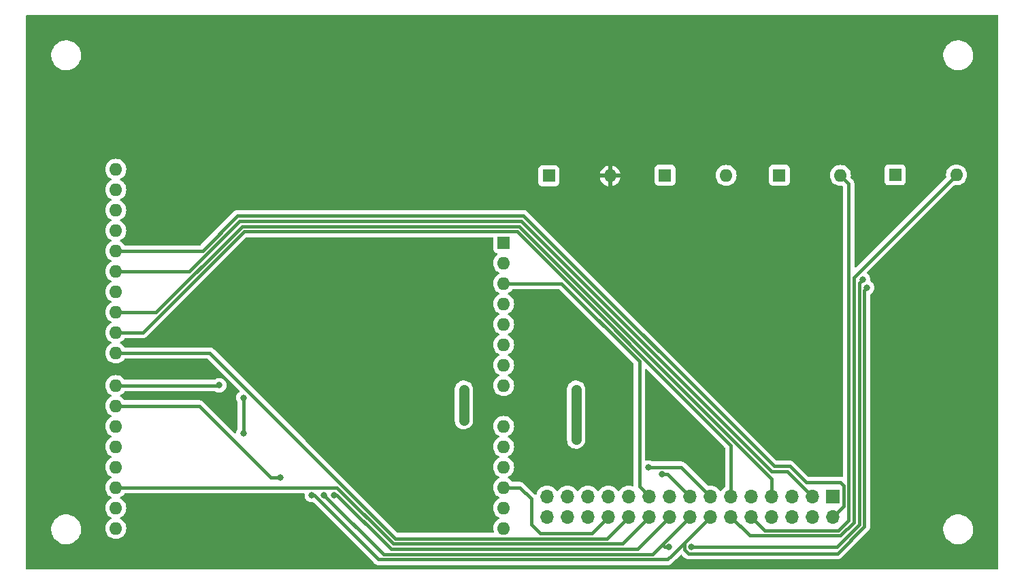
<source format=gbr>
%TF.GenerationSoftware,KiCad,Pcbnew,7.0.7*%
%TF.CreationDate,2024-01-02T14:59:55+01:00*%
%TF.ProjectId,arduino-uno-connector,61726475-696e-46f2-9d75-6e6f2d636f6e,rev?*%
%TF.SameCoordinates,Original*%
%TF.FileFunction,Copper,L1,Top*%
%TF.FilePolarity,Positive*%
%FSLAX46Y46*%
G04 Gerber Fmt 4.6, Leading zero omitted, Abs format (unit mm)*
G04 Created by KiCad (PCBNEW 7.0.7) date 2024-01-02 14:59:55*
%MOMM*%
%LPD*%
G01*
G04 APERTURE LIST*
%TA.AperFunction,ComponentPad*%
%ADD10R,1.600000X1.600000*%
%TD*%
%TA.AperFunction,ComponentPad*%
%ADD11O,1.600000X1.600000*%
%TD*%
%TA.AperFunction,ComponentPad*%
%ADD12R,1.700000X1.700000*%
%TD*%
%TA.AperFunction,ComponentPad*%
%ADD13O,1.700000X1.700000*%
%TD*%
%TA.AperFunction,ViaPad*%
%ADD14C,0.800000*%
%TD*%
%TA.AperFunction,Conductor*%
%ADD15C,0.400000*%
%TD*%
%TA.AperFunction,Conductor*%
%ADD16C,1.270000*%
%TD*%
G04 APERTURE END LIST*
D10*
%TO.P,SW4,1,A*%
%TO.N,STP_B*%
X140165500Y-75888000D03*
D11*
%TO.P,SW4,2,B*%
%TO.N,STP_C*%
X147785500Y-75888000D03*
%TD*%
D10*
%TO.P,SW1,1,A*%
%TO.N,5V_Controller*%
X97070500Y-76004000D03*
D11*
%TO.P,SW1,2,B*%
%TO.N,5V*%
X104690500Y-76004000D03*
%TD*%
D10*
%TO.P,SW2,1,A*%
%TO.N,3V3_Controller*%
X111506000Y-75946000D03*
D11*
%TO.P,SW2,2,B*%
%TO.N,3V3*%
X119126000Y-75946000D03*
%TD*%
D12*
%TO.P,J1,1,Pin_1*%
%TO.N,ENDSTOP_Z+*%
X132410000Y-115900000D03*
D13*
%TO.P,J1,2,Pin_2*%
%TO.N,DIR_E*%
X132410000Y-118440000D03*
%TO.P,J1,3,Pin_3*%
%TO.N,ENDSTOP_Z-*%
X129870000Y-115900000D03*
%TO.P,J1,4,Pin_4*%
%TO.N,STP_E*%
X129870000Y-118440000D03*
%TO.P,J1,5,Pin_5*%
%TO.N,ENDSTOP_Y+*%
X127330000Y-115900000D03*
%TO.P,J1,6,Pin_6*%
%TO.N,DIR_D*%
X127330000Y-118440000D03*
%TO.P,J1,7,Pin_7*%
%TO.N,ENDSTOP_Y-*%
X124790000Y-115900000D03*
%TO.P,J1,8,Pin_8*%
%TO.N,STP_D*%
X124790000Y-118440000D03*
%TO.P,J1,9,Pin_9*%
%TO.N,ENDSTOP_X+*%
X122250000Y-115900000D03*
%TO.P,J1,10,Pin_10*%
%TO.N,DIR_C*%
X122250000Y-118440000D03*
%TO.P,J1,11,Pin_11*%
%TO.N,ENDSTOP_X-*%
X119710000Y-115900000D03*
%TO.P,J1,12,Pin_12*%
%TO.N,STP_C*%
X119710000Y-118440000D03*
%TO.P,J1,13,Pin_13*%
%TO.N,RESUME*%
X117170000Y-115900000D03*
%TO.P,J1,14,Pin_14*%
%TO.N,DIR_B*%
X117170000Y-118440000D03*
%TO.P,J1,15,Pin_15*%
%TO.N,HOLD*%
X114630000Y-115900000D03*
%TO.P,J1,16,Pin_16*%
%TO.N,STP_B*%
X114630000Y-118440000D03*
%TO.P,J1,17,Pin_17*%
%TO.N,ABORT*%
X112090000Y-115900000D03*
%TO.P,J1,18,Pin_18*%
%TO.N,DIR_A*%
X112090000Y-118440000D03*
%TO.P,J1,19,Pin_19*%
%TO.N,RST*%
X109550000Y-115900000D03*
%TO.P,J1,20,Pin_20*%
%TO.N,STP_A*%
X109550000Y-118440000D03*
%TO.P,J1,21,Pin_21*%
%TO.N,GND*%
X107010000Y-115900000D03*
%TO.P,J1,22,Pin_22*%
%TO.N,EN*%
X107010000Y-118440000D03*
%TO.P,J1,23,Pin_23*%
%TO.N,GND*%
X104470000Y-115900000D03*
%TO.P,J1,24,Pin_24*%
%TO.N,EN_COOLANT*%
X104470000Y-118440000D03*
%TO.P,J1,25,Pin_25*%
%TO.N,GND*%
X101930000Y-115900000D03*
%TO.P,J1,26,Pin_26*%
%TO.N,3V3*%
X101930000Y-118440000D03*
%TO.P,J1,27,Pin_27*%
%TO.N,GND*%
X99390000Y-115900000D03*
%TO.P,J1,28,Pin_28*%
%TO.N,5V*%
X99390000Y-118440000D03*
%TO.P,J1,29,Pin_29*%
%TO.N,GND*%
X96850000Y-115900000D03*
%TO.P,J1,30,Pin_30*%
%TO.N,V_EXT*%
X96850000Y-118440000D03*
%TD*%
D10*
%TO.P,SW3,1,A*%
%TO.N,DIR_B*%
X125730000Y-75946000D03*
D11*
%TO.P,SW3,2,B*%
%TO.N,DIR_C*%
X133350000Y-75946000D03*
%TD*%
D10*
%TO.P,A1,1,NC*%
%TO.N,unconnected-(A1-NC-Pad1)*%
X91440000Y-84328000D03*
D11*
%TO.P,A1,2,IOREF*%
%TO.N,unconnected-(A1-IOREF-Pad2)*%
X91440000Y-86868000D03*
%TO.P,A1,3,~{RESET}*%
%TO.N,RST*%
X91440000Y-89408000D03*
%TO.P,A1,4,3V3*%
%TO.N,3V3_Controller*%
X91440000Y-91948000D03*
%TO.P,A1,5,+5V*%
%TO.N,5V_Controller*%
X91440000Y-94488000D03*
%TO.P,A1,6,GND*%
%TO.N,GND*%
X91440000Y-97028000D03*
%TO.P,A1,7,GND*%
X91440000Y-99568000D03*
%TO.P,A1,8,VIN*%
%TO.N,unconnected-(A1-VIN-Pad8)*%
X91440000Y-102108000D03*
%TO.P,A1,9,A0*%
%TO.N,ABORT*%
X91440000Y-107188000D03*
%TO.P,A1,10,A1*%
%TO.N,HOLD*%
X91440000Y-109728000D03*
%TO.P,A1,11,A2*%
%TO.N,RESUME*%
X91440000Y-112268000D03*
%TO.P,A1,12,A3*%
%TO.N,EN_COOLANT*%
X91440000Y-114808000D03*
%TO.P,A1,13,SDA/A4*%
%TO.N,unconnected-(A1-SDA{slash}A4-Pad13)*%
X91440000Y-117348000D03*
%TO.P,A1,14,SCL/A5*%
%TO.N,unconnected-(A1-SCL{slash}A5-Pad14)*%
X91440000Y-119888000D03*
%TO.P,A1,15,D0/RX*%
%TO.N,unconnected-(A1-D0{slash}RX-Pad15)*%
X43180000Y-119888000D03*
%TO.P,A1,16,D1/TX*%
%TO.N,unconnected-(A1-D1{slash}TX-Pad16)*%
X43180000Y-117348000D03*
%TO.P,A1,17,D2*%
%TO.N,STP_A*%
X43180000Y-114808000D03*
%TO.P,A1,18,D3*%
%TO.N,STP_B*%
X43180000Y-112268000D03*
%TO.P,A1,19,D4*%
%TO.N,STP_D*%
X43180000Y-109728000D03*
%TO.P,A1,20,D5*%
%TO.N,DIR_A*%
X43180000Y-107188000D03*
%TO.P,A1,21,D6*%
%TO.N,DIR_B*%
X43180000Y-104648000D03*
%TO.P,A1,22,D7*%
%TO.N,DIR_D*%
X43180000Y-102108000D03*
%TO.P,A1,23,D8*%
%TO.N,EN*%
X43180000Y-98048000D03*
%TO.P,A1,24,D9*%
%TO.N,ENDSTOP_X-*%
X43180000Y-95508000D03*
%TO.P,A1,25,D10*%
%TO.N,ENDSTOP_Y-*%
X43180000Y-92968000D03*
%TO.P,A1,26,D11*%
%TO.N,STP_E*%
X43180000Y-90428000D03*
%TO.P,A1,27,D12*%
%TO.N,ENDSTOP_Z-*%
X43180000Y-87888000D03*
%TO.P,A1,28,D13*%
%TO.N,DIR_E*%
X43180000Y-85348000D03*
%TO.P,A1,29,GND*%
%TO.N,GND*%
X43180000Y-82808000D03*
%TO.P,A1,30,AREF*%
%TO.N,unconnected-(A1-AREF-Pad30)*%
X43180000Y-80268000D03*
%TO.P,A1,31,SDA/A4*%
%TO.N,unconnected-(A1-SDA{slash}A4-Pad31)*%
X43180000Y-77728000D03*
%TO.P,A1,32,SCL/A5*%
%TO.N,unconnected-(A1-SCL{slash}A5-Pad32)*%
X43180000Y-75188000D03*
%TD*%
D14*
%TO.N,5V*%
X87630000Y-119507000D03*
X86487000Y-79248000D03*
X86487000Y-84582000D03*
X110553500Y-103060500D03*
X106870500Y-99377500D03*
X111125000Y-95123000D03*
%TO.N,HOLD*%
X111103182Y-113121500D03*
%TO.N,RESUME*%
X109441984Y-112300016D03*
%TO.N,GND*%
X100457000Y-102616000D03*
X100457000Y-108839000D03*
X86487000Y-102616000D03*
X86487000Y-106426000D03*
%TO.N,DIR_D*%
X56037016Y-102077984D03*
%TO.N,STP_D*%
X59055000Y-108077000D03*
X59055000Y-103632000D03*
%TO.N,DIR_B*%
X67564000Y-115729016D03*
X136652000Y-89916000D03*
X63627000Y-113538000D03*
%TO.N,STP_B*%
X136144000Y-88900000D03*
X69055984Y-115729016D03*
X112014000Y-122174000D03*
X114808000Y-122174000D03*
%TO.N,DIR_A*%
X70318665Y-115736335D03*
%TD*%
D15*
%TO.N,RST*%
X108331000Y-99095896D02*
X98643104Y-89408000D01*
X98643104Y-89408000D02*
X91440000Y-89408000D01*
X108331000Y-114681000D02*
X108331000Y-99095896D01*
X109550000Y-115900000D02*
X108331000Y-114681000D01*
%TO.N,HOLD*%
X111103182Y-113121500D02*
X111851500Y-113121500D01*
X111851500Y-113121500D02*
X114630000Y-115900000D01*
%TO.N,RESUME*%
X109441984Y-112300016D02*
X109474000Y-112268000D01*
X109474000Y-112268000D02*
X113538000Y-112268000D01*
X113538000Y-112268000D02*
X117170000Y-115900000D01*
%TO.N,EN_COOLANT*%
X104470000Y-118440000D02*
X102422000Y-120488000D01*
X94869000Y-116205000D02*
X93472000Y-114808000D01*
X93472000Y-114808000D02*
X91440000Y-114808000D01*
X95977000Y-120488000D02*
X94869000Y-119380000D01*
X102422000Y-120488000D02*
X95977000Y-120488000D01*
X94869000Y-119380000D02*
X94869000Y-116205000D01*
%TO.N,EN*%
X77962000Y-121142000D02*
X54868000Y-98048000D01*
X107010000Y-118440000D02*
X104308000Y-121142000D01*
X104308000Y-121142000D02*
X77962000Y-121142000D01*
X54868000Y-98048000D02*
X43180000Y-98048000D01*
%TO.N,ENDSTOP_X-*%
X119710000Y-109550000D02*
X93091000Y-82931000D01*
X119710000Y-115900000D02*
X119710000Y-109550000D01*
X59145792Y-82931000D02*
X46568792Y-95508000D01*
X46568792Y-95508000D02*
X43180000Y-95508000D01*
X93091000Y-82931000D02*
X59145792Y-82931000D01*
%TO.N,ENDSTOP_Y-*%
X124790000Y-115900000D02*
X124790000Y-113705104D01*
X124790000Y-113705104D02*
X93361896Y-82277000D01*
X93361896Y-82277000D02*
X58874896Y-82277000D01*
X48183896Y-92968000D02*
X43180000Y-92968000D01*
X58874896Y-82277000D02*
X48183896Y-92968000D01*
%TO.N,ENDSTOP_Z-*%
X124804792Y-112795000D02*
X93632792Y-81623000D01*
X93632792Y-81623000D02*
X58604000Y-81623000D01*
X129870000Y-115900000D02*
X126765000Y-112795000D01*
X126765000Y-112795000D02*
X124804792Y-112795000D01*
X58604000Y-81623000D02*
X52339000Y-87888000D01*
X52339000Y-87888000D02*
X43180000Y-87888000D01*
D16*
%TO.N,GND*%
X86487000Y-106426000D02*
X86487000Y-102616000D01*
X100457000Y-102616000D02*
X100457000Y-108839000D01*
D15*
%TO.N,DIR_E*%
X93903688Y-80969000D02*
X58333104Y-80969000D01*
X133714000Y-114596000D02*
X133291000Y-114173000D01*
X43414000Y-85582000D02*
X43180000Y-85348000D01*
X53954104Y-85348000D02*
X43180000Y-85348000D01*
X127035896Y-112141000D02*
X125075688Y-112141000D01*
X129067896Y-114173000D02*
X127035896Y-112141000D01*
X58333104Y-80969000D02*
X53954104Y-85348000D01*
X125075688Y-112141000D02*
X93903688Y-80969000D01*
X132410000Y-118440000D02*
X133714000Y-117136000D01*
X133291000Y-114173000D02*
X129067896Y-114173000D01*
X133714000Y-117136000D02*
X133714000Y-114596000D01*
%TO.N,DIR_D*%
X56037016Y-102077984D02*
X56007000Y-102108000D01*
X56007000Y-102108000D02*
X43180000Y-102108000D01*
%TO.N,STP_D*%
X59055000Y-108077000D02*
X59055000Y-103632000D01*
%TO.N,DIR_C*%
X134368000Y-118870000D02*
X134368000Y-76964000D01*
X134368000Y-76964000D02*
X133350000Y-75946000D01*
X133096000Y-120142000D02*
X134368000Y-118870000D01*
X122250000Y-118440000D02*
X123952000Y-120142000D01*
X123952000Y-120142000D02*
X133096000Y-120142000D01*
%TO.N,STP_C*%
X135022000Y-119140896D02*
X135022000Y-88651500D01*
X133366896Y-120796000D02*
X135022000Y-119140896D01*
X135022000Y-88651500D02*
X147785500Y-75888000D01*
X122066000Y-120796000D02*
X133366896Y-120796000D01*
X119710000Y-118440000D02*
X122066000Y-120796000D01*
%TO.N,DIR_B*%
X136330000Y-90238000D02*
X136330000Y-119682688D01*
X112344000Y-123266000D02*
X117170000Y-118440000D01*
X68201984Y-116082755D02*
X68702245Y-116583016D01*
X114454261Y-123028000D02*
X113954000Y-122527739D01*
X68702245Y-116583016D02*
X68704016Y-116583016D01*
X53594000Y-104648000D02*
X43180000Y-104648000D01*
X62484000Y-113538000D02*
X53594000Y-104648000D01*
X75879000Y-123758000D02*
X111852000Y-123758000D01*
X68704016Y-116583016D02*
X75879000Y-123758000D01*
X111852000Y-123758000D02*
X112344000Y-123266000D01*
X63627000Y-113538000D02*
X62484000Y-113538000D01*
X136330000Y-119682688D02*
X132984688Y-123028000D01*
X68201984Y-116080984D02*
X68201984Y-116082755D01*
X132984688Y-123028000D02*
X114454261Y-123028000D01*
X67850016Y-115729016D02*
X68201984Y-116080984D01*
X113954000Y-121656000D02*
X112344000Y-123266000D01*
X113954000Y-122527739D02*
X113954000Y-121656000D01*
X136652000Y-89916000D02*
X136330000Y-90238000D01*
X67564000Y-115729016D02*
X67850016Y-115729016D01*
%TO.N,STP_B*%
X135676000Y-119411792D02*
X132913792Y-122174000D01*
X109966000Y-123104000D02*
X111201000Y-121869000D01*
X69055984Y-115729016D02*
X69104313Y-115729016D01*
X69104313Y-115729016D02*
X76479297Y-123104000D01*
X111506000Y-122174000D02*
X112014000Y-122174000D01*
X136144000Y-88900000D02*
X135676000Y-89368000D01*
X132913792Y-122174000D02*
X114808000Y-122174000D01*
X111201000Y-121869000D02*
X114630000Y-118440000D01*
X135676000Y-89368000D02*
X135676000Y-119411792D01*
X76479297Y-123104000D02*
X109966000Y-123104000D01*
X111201000Y-121869000D02*
X111506000Y-122174000D01*
%TO.N,DIR_A*%
X70706543Y-115736335D02*
X77420208Y-122450000D01*
X70318665Y-115736335D02*
X70706543Y-115736335D01*
X77420208Y-122450000D02*
X108080000Y-122450000D01*
X108080000Y-122450000D02*
X112090000Y-118440000D01*
%TO.N,STP_A*%
X77691104Y-121796000D02*
X70703104Y-114808000D01*
X70703104Y-114808000D02*
X43180000Y-114808000D01*
X109550000Y-118440000D02*
X106194000Y-121796000D01*
X106194000Y-121796000D02*
X77691104Y-121796000D01*
%TD*%
%TA.AperFunction,Conductor*%
%TO.N,5V*%
G36*
X90082539Y-83651185D02*
G01*
X90128294Y-83703989D01*
X90139500Y-83755500D01*
X90139500Y-85175870D01*
X90139501Y-85175876D01*
X90145908Y-85235483D01*
X90196202Y-85370328D01*
X90196206Y-85370335D01*
X90282452Y-85485544D01*
X90282455Y-85485547D01*
X90397664Y-85571793D01*
X90397671Y-85571797D01*
X90442618Y-85588560D01*
X90532517Y-85622091D01*
X90567596Y-85625862D01*
X90632144Y-85652599D01*
X90671993Y-85709991D01*
X90674488Y-85779816D01*
X90638836Y-85839905D01*
X90625464Y-85850725D01*
X90600858Y-85867954D01*
X90439954Y-86028858D01*
X90309432Y-86215265D01*
X90309431Y-86215267D01*
X90213261Y-86421502D01*
X90213258Y-86421511D01*
X90154366Y-86641302D01*
X90154364Y-86641313D01*
X90134532Y-86867998D01*
X90134532Y-86868001D01*
X90154364Y-87094686D01*
X90154366Y-87094697D01*
X90213258Y-87314488D01*
X90213261Y-87314497D01*
X90309431Y-87520732D01*
X90309432Y-87520734D01*
X90439954Y-87707141D01*
X90600858Y-87868045D01*
X90647693Y-87900839D01*
X90787266Y-87998568D01*
X90845275Y-88025618D01*
X90897714Y-88071791D01*
X90916866Y-88138984D01*
X90896650Y-88205865D01*
X90845275Y-88250382D01*
X90787267Y-88277431D01*
X90787265Y-88277432D01*
X90600858Y-88407954D01*
X90439954Y-88568858D01*
X90309432Y-88755265D01*
X90309431Y-88755267D01*
X90213261Y-88961502D01*
X90213258Y-88961511D01*
X90154366Y-89181302D01*
X90154364Y-89181313D01*
X90134532Y-89407998D01*
X90134532Y-89408001D01*
X90154364Y-89634686D01*
X90154366Y-89634697D01*
X90213258Y-89854488D01*
X90213261Y-89854497D01*
X90309431Y-90060732D01*
X90309432Y-90060734D01*
X90439954Y-90247141D01*
X90600858Y-90408045D01*
X90647693Y-90440839D01*
X90787266Y-90538568D01*
X90845275Y-90565618D01*
X90897714Y-90611791D01*
X90916866Y-90678984D01*
X90896650Y-90745865D01*
X90845275Y-90790382D01*
X90787267Y-90817431D01*
X90787265Y-90817432D01*
X90600858Y-90947954D01*
X90439954Y-91108858D01*
X90309432Y-91295265D01*
X90309431Y-91295267D01*
X90213261Y-91501502D01*
X90213258Y-91501511D01*
X90154366Y-91721302D01*
X90154364Y-91721313D01*
X90134532Y-91947998D01*
X90134532Y-91948001D01*
X90154364Y-92174686D01*
X90154366Y-92174697D01*
X90213258Y-92394488D01*
X90213261Y-92394497D01*
X90309431Y-92600732D01*
X90309432Y-92600734D01*
X90439954Y-92787141D01*
X90600858Y-92948045D01*
X90647693Y-92980839D01*
X90787266Y-93078568D01*
X90845275Y-93105618D01*
X90897714Y-93151791D01*
X90916866Y-93218984D01*
X90896650Y-93285865D01*
X90845275Y-93330382D01*
X90787267Y-93357431D01*
X90787265Y-93357432D01*
X90600858Y-93487954D01*
X90439954Y-93648858D01*
X90309432Y-93835265D01*
X90309431Y-93835267D01*
X90213261Y-94041502D01*
X90213258Y-94041511D01*
X90154366Y-94261302D01*
X90154364Y-94261313D01*
X90134532Y-94487998D01*
X90134532Y-94488001D01*
X90154364Y-94714686D01*
X90154366Y-94714697D01*
X90213258Y-94934488D01*
X90213261Y-94934497D01*
X90309431Y-95140732D01*
X90309432Y-95140734D01*
X90439954Y-95327141D01*
X90600858Y-95488045D01*
X90647693Y-95520839D01*
X90787266Y-95618568D01*
X90845275Y-95645618D01*
X90897714Y-95691791D01*
X90916866Y-95758984D01*
X90896650Y-95825865D01*
X90845275Y-95870382D01*
X90787267Y-95897431D01*
X90787265Y-95897432D01*
X90600858Y-96027954D01*
X90439954Y-96188858D01*
X90309432Y-96375265D01*
X90309431Y-96375267D01*
X90213261Y-96581502D01*
X90213258Y-96581511D01*
X90154366Y-96801302D01*
X90154364Y-96801313D01*
X90134532Y-97027998D01*
X90134532Y-97028001D01*
X90154364Y-97254686D01*
X90154366Y-97254697D01*
X90213258Y-97474488D01*
X90213261Y-97474497D01*
X90309431Y-97680732D01*
X90309432Y-97680734D01*
X90439954Y-97867141D01*
X90600858Y-98028045D01*
X90647693Y-98060839D01*
X90787266Y-98158568D01*
X90845275Y-98185618D01*
X90897714Y-98231791D01*
X90916866Y-98298984D01*
X90896650Y-98365865D01*
X90845275Y-98410382D01*
X90787267Y-98437431D01*
X90787265Y-98437432D01*
X90600858Y-98567954D01*
X90439954Y-98728858D01*
X90309432Y-98915265D01*
X90309431Y-98915267D01*
X90213261Y-99121502D01*
X90213258Y-99121511D01*
X90154366Y-99341302D01*
X90154364Y-99341313D01*
X90134532Y-99567998D01*
X90134532Y-99568001D01*
X90154364Y-99794686D01*
X90154366Y-99794697D01*
X90213258Y-100014488D01*
X90213261Y-100014497D01*
X90309431Y-100220732D01*
X90309432Y-100220734D01*
X90439954Y-100407141D01*
X90600858Y-100568045D01*
X90600861Y-100568047D01*
X90787266Y-100698568D01*
X90845275Y-100725618D01*
X90897714Y-100771791D01*
X90916866Y-100838984D01*
X90896650Y-100905865D01*
X90845275Y-100950382D01*
X90787267Y-100977431D01*
X90787265Y-100977432D01*
X90600858Y-101107954D01*
X90439954Y-101268858D01*
X90309432Y-101455265D01*
X90309431Y-101455267D01*
X90213261Y-101661502D01*
X90213258Y-101661511D01*
X90154366Y-101881302D01*
X90154364Y-101881313D01*
X90134532Y-102107998D01*
X90134532Y-102108001D01*
X90154364Y-102334686D01*
X90154366Y-102334697D01*
X90213258Y-102554488D01*
X90213261Y-102554497D01*
X90309431Y-102760732D01*
X90309432Y-102760734D01*
X90439954Y-102947141D01*
X90600858Y-103108045D01*
X90600861Y-103108047D01*
X90787266Y-103238568D01*
X90993504Y-103334739D01*
X91213308Y-103393635D01*
X91375230Y-103407801D01*
X91439998Y-103413468D01*
X91440000Y-103413468D01*
X91440002Y-103413468D01*
X91496673Y-103408509D01*
X91666692Y-103393635D01*
X91886496Y-103334739D01*
X92092734Y-103238568D01*
X92279139Y-103108047D01*
X92440047Y-102947139D01*
X92570568Y-102760734D01*
X92666739Y-102554496D01*
X92725635Y-102334692D01*
X92745468Y-102108000D01*
X92744183Y-102093317D01*
X92728223Y-101910888D01*
X92725635Y-101881308D01*
X92666739Y-101661504D01*
X92570568Y-101455266D01*
X92440047Y-101268861D01*
X92440045Y-101268858D01*
X92279141Y-101107954D01*
X92092734Y-100977432D01*
X92092728Y-100977429D01*
X92034725Y-100950382D01*
X91982285Y-100904210D01*
X91963133Y-100837017D01*
X91983348Y-100770135D01*
X92034725Y-100725618D01*
X92092734Y-100698568D01*
X92279139Y-100568047D01*
X92440047Y-100407139D01*
X92570568Y-100220734D01*
X92666739Y-100014496D01*
X92725635Y-99794692D01*
X92745468Y-99568000D01*
X92725635Y-99341308D01*
X92666739Y-99121504D01*
X92570568Y-98915266D01*
X92440047Y-98728861D01*
X92440045Y-98728858D01*
X92279141Y-98567954D01*
X92092734Y-98437432D01*
X92092728Y-98437429D01*
X92034725Y-98410382D01*
X91982285Y-98364210D01*
X91963133Y-98297017D01*
X91983348Y-98230135D01*
X92034725Y-98185618D01*
X92092734Y-98158568D01*
X92279139Y-98028047D01*
X92440047Y-97867139D01*
X92570568Y-97680734D01*
X92666739Y-97474496D01*
X92725635Y-97254692D01*
X92745468Y-97028000D01*
X92725635Y-96801308D01*
X92666739Y-96581504D01*
X92570568Y-96375266D01*
X92440047Y-96188861D01*
X92440045Y-96188858D01*
X92279141Y-96027954D01*
X92092734Y-95897432D01*
X92092728Y-95897429D01*
X92034725Y-95870382D01*
X91982285Y-95824210D01*
X91963133Y-95757017D01*
X91983348Y-95690135D01*
X92034725Y-95645618D01*
X92092734Y-95618568D01*
X92279139Y-95488047D01*
X92440047Y-95327139D01*
X92570568Y-95140734D01*
X92666739Y-94934496D01*
X92725635Y-94714692D01*
X92745468Y-94488000D01*
X92725635Y-94261308D01*
X92666739Y-94041504D01*
X92570568Y-93835266D01*
X92440047Y-93648861D01*
X92440045Y-93648858D01*
X92279141Y-93487954D01*
X92092734Y-93357432D01*
X92092728Y-93357429D01*
X92034725Y-93330382D01*
X91982285Y-93284210D01*
X91963133Y-93217017D01*
X91983348Y-93150135D01*
X92034725Y-93105618D01*
X92092734Y-93078568D01*
X92279139Y-92948047D01*
X92440047Y-92787139D01*
X92570568Y-92600734D01*
X92666739Y-92394496D01*
X92725635Y-92174692D01*
X92745468Y-91948000D01*
X92725635Y-91721308D01*
X92666739Y-91501504D01*
X92570568Y-91295266D01*
X92440047Y-91108861D01*
X92440045Y-91108858D01*
X92279141Y-90947954D01*
X92092734Y-90817432D01*
X92092728Y-90817429D01*
X92034725Y-90790382D01*
X91982285Y-90744210D01*
X91963133Y-90677017D01*
X91983348Y-90610135D01*
X92034725Y-90565618D01*
X92092734Y-90538568D01*
X92279139Y-90408047D01*
X92440047Y-90247139D01*
X92500096Y-90161377D01*
X92554675Y-90117752D01*
X92601673Y-90108500D01*
X98301585Y-90108500D01*
X98368624Y-90128185D01*
X98389266Y-90144819D01*
X107594181Y-99349734D01*
X107627666Y-99411057D01*
X107630500Y-99437415D01*
X107630500Y-114506521D01*
X107610815Y-114573560D01*
X107558011Y-114619315D01*
X107488853Y-114629259D01*
X107474407Y-114626296D01*
X107245413Y-114564938D01*
X107245403Y-114564936D01*
X107010001Y-114544341D01*
X107009999Y-114544341D01*
X106774596Y-114564936D01*
X106774586Y-114564938D01*
X106546344Y-114626094D01*
X106546335Y-114626098D01*
X106332171Y-114725964D01*
X106332169Y-114725965D01*
X106138597Y-114861505D01*
X105971505Y-115028597D01*
X105841575Y-115214158D01*
X105786998Y-115257783D01*
X105717500Y-115264977D01*
X105655145Y-115233454D01*
X105638425Y-115214158D01*
X105508494Y-115028597D01*
X105341402Y-114861506D01*
X105341395Y-114861501D01*
X105147834Y-114725967D01*
X105147830Y-114725965D01*
X105144225Y-114724284D01*
X104933663Y-114626097D01*
X104933659Y-114626096D01*
X104933655Y-114626094D01*
X104705413Y-114564938D01*
X104705403Y-114564936D01*
X104470001Y-114544341D01*
X104469999Y-114544341D01*
X104234596Y-114564936D01*
X104234586Y-114564938D01*
X104006344Y-114626094D01*
X104006335Y-114626098D01*
X103792171Y-114725964D01*
X103792169Y-114725965D01*
X103598597Y-114861505D01*
X103431505Y-115028597D01*
X103301575Y-115214158D01*
X103246998Y-115257783D01*
X103177500Y-115264977D01*
X103115145Y-115233454D01*
X103098425Y-115214158D01*
X102968494Y-115028597D01*
X102801402Y-114861506D01*
X102801395Y-114861501D01*
X102607834Y-114725967D01*
X102607830Y-114725965D01*
X102604225Y-114724284D01*
X102393663Y-114626097D01*
X102393659Y-114626096D01*
X102393655Y-114626094D01*
X102165413Y-114564938D01*
X102165403Y-114564936D01*
X101930001Y-114544341D01*
X101929999Y-114544341D01*
X101694596Y-114564936D01*
X101694586Y-114564938D01*
X101466344Y-114626094D01*
X101466335Y-114626098D01*
X101252171Y-114725964D01*
X101252169Y-114725965D01*
X101058597Y-114861505D01*
X100891505Y-115028597D01*
X100761575Y-115214158D01*
X100706998Y-115257783D01*
X100637500Y-115264977D01*
X100575145Y-115233454D01*
X100558425Y-115214158D01*
X100428494Y-115028597D01*
X100261402Y-114861506D01*
X100261395Y-114861501D01*
X100067834Y-114725967D01*
X100067830Y-114725965D01*
X100064225Y-114724284D01*
X99853663Y-114626097D01*
X99853659Y-114626096D01*
X99853655Y-114626094D01*
X99625413Y-114564938D01*
X99625403Y-114564936D01*
X99390001Y-114544341D01*
X99389999Y-114544341D01*
X99154596Y-114564936D01*
X99154586Y-114564938D01*
X98926344Y-114626094D01*
X98926335Y-114626098D01*
X98712171Y-114725964D01*
X98712169Y-114725965D01*
X98518597Y-114861505D01*
X98351505Y-115028597D01*
X98221575Y-115214158D01*
X98166998Y-115257783D01*
X98097500Y-115264977D01*
X98035145Y-115233454D01*
X98018425Y-115214158D01*
X97888494Y-115028597D01*
X97721402Y-114861506D01*
X97721395Y-114861501D01*
X97527834Y-114725967D01*
X97527830Y-114725965D01*
X97524225Y-114724284D01*
X97313663Y-114626097D01*
X97313659Y-114626096D01*
X97313655Y-114626094D01*
X97085413Y-114564938D01*
X97085403Y-114564936D01*
X96850001Y-114544341D01*
X96849999Y-114544341D01*
X96614596Y-114564936D01*
X96614586Y-114564938D01*
X96386344Y-114626094D01*
X96386335Y-114626098D01*
X96172171Y-114725964D01*
X96172169Y-114725965D01*
X95978597Y-114861505D01*
X95811505Y-115028597D01*
X95675965Y-115222169D01*
X95675964Y-115222171D01*
X95576098Y-115436335D01*
X95576095Y-115436341D01*
X95529170Y-115611470D01*
X95492805Y-115671130D01*
X95429958Y-115701659D01*
X95360582Y-115693364D01*
X95321714Y-115667057D01*
X94656784Y-115002127D01*
X93983598Y-114328941D01*
X93981064Y-114326250D01*
X93939929Y-114279817D01*
X93939928Y-114279816D01*
X93939924Y-114279812D01*
X93888896Y-114244591D01*
X93885887Y-114242377D01*
X93837060Y-114204124D01*
X93837055Y-114204120D01*
X93827813Y-114199961D01*
X93808266Y-114188936D01*
X93799931Y-114183183D01*
X93799932Y-114183183D01*
X93799930Y-114183182D01*
X93741941Y-114161189D01*
X93738490Y-114159759D01*
X93681930Y-114134304D01*
X93671946Y-114132474D01*
X93650343Y-114126451D01*
X93640874Y-114122860D01*
X93640870Y-114122859D01*
X93579313Y-114115384D01*
X93575612Y-114114821D01*
X93514608Y-114103642D01*
X93514603Y-114103642D01*
X93452697Y-114107387D01*
X93448952Y-114107500D01*
X92601673Y-114107500D01*
X92534634Y-114087815D01*
X92500098Y-114054623D01*
X92440045Y-113968858D01*
X92279141Y-113807954D01*
X92092734Y-113677432D01*
X92092728Y-113677429D01*
X92034725Y-113650382D01*
X91982285Y-113604210D01*
X91963133Y-113537017D01*
X91983348Y-113470135D01*
X92034725Y-113425618D01*
X92092734Y-113398568D01*
X92279139Y-113268047D01*
X92440047Y-113107139D01*
X92570568Y-112920734D01*
X92666739Y-112714496D01*
X92725635Y-112494692D01*
X92745468Y-112268000D01*
X92725635Y-112041308D01*
X92666739Y-111821504D01*
X92570568Y-111615266D01*
X92440047Y-111428861D01*
X92440045Y-111428858D01*
X92279141Y-111267954D01*
X92092734Y-111137432D01*
X92092728Y-111137429D01*
X92034725Y-111110382D01*
X91982285Y-111064210D01*
X91963133Y-110997017D01*
X91983348Y-110930135D01*
X92034725Y-110885618D01*
X92092734Y-110858568D01*
X92279139Y-110728047D01*
X92440047Y-110567139D01*
X92570568Y-110380734D01*
X92666739Y-110174496D01*
X92725635Y-109954692D01*
X92745468Y-109728000D01*
X92725635Y-109501308D01*
X92666739Y-109281504D01*
X92570568Y-109075266D01*
X92443009Y-108893091D01*
X99321500Y-108893091D01*
X99336948Y-109054871D01*
X99336949Y-109054875D01*
X99398041Y-109262938D01*
X99398042Y-109262941D01*
X99398043Y-109262942D01*
X99497412Y-109455690D01*
X99631462Y-109626149D01*
X99795349Y-109768158D01*
X99795352Y-109768160D01*
X99795355Y-109768162D01*
X99896998Y-109826845D01*
X99983151Y-109876585D01*
X100188078Y-109947511D01*
X100402725Y-109978373D01*
X100619334Y-109968055D01*
X100830075Y-109916929D01*
X101027332Y-109826845D01*
X101203977Y-109701057D01*
X101353623Y-109544112D01*
X101470863Y-109361683D01*
X101551460Y-109160362D01*
X101592500Y-108947427D01*
X101592500Y-102561909D01*
X101577052Y-102400128D01*
X101515957Y-102192058D01*
X101416588Y-101999310D01*
X101282538Y-101828851D01*
X101118651Y-101686842D01*
X101118647Y-101686840D01*
X101118644Y-101686837D01*
X100930851Y-101578416D01*
X100930850Y-101578415D01*
X100930849Y-101578415D01*
X100814280Y-101538070D01*
X100725923Y-101507489D01*
X100672260Y-101499773D01*
X100511275Y-101476627D01*
X100511272Y-101476627D01*
X100294668Y-101486944D01*
X100083928Y-101538070D01*
X100083926Y-101538070D01*
X99886669Y-101628154D01*
X99710021Y-101753944D01*
X99710015Y-101753949D01*
X99560378Y-101910885D01*
X99443135Y-102093320D01*
X99443134Y-102093321D01*
X99362544Y-102294624D01*
X99362539Y-102294641D01*
X99321500Y-102507572D01*
X99321500Y-102507573D01*
X99321500Y-108893091D01*
X92443009Y-108893091D01*
X92440047Y-108888861D01*
X92440045Y-108888858D01*
X92279141Y-108727954D01*
X92092734Y-108597432D01*
X92092728Y-108597429D01*
X92034725Y-108570382D01*
X91982285Y-108524210D01*
X91963133Y-108457017D01*
X91983348Y-108390135D01*
X92034725Y-108345618D01*
X92092734Y-108318568D01*
X92279139Y-108188047D01*
X92440047Y-108027139D01*
X92570568Y-107840734D01*
X92666739Y-107634496D01*
X92725635Y-107414692D01*
X92745468Y-107188000D01*
X92725635Y-106961308D01*
X92666739Y-106741504D01*
X92570568Y-106535266D01*
X92440047Y-106348861D01*
X92440045Y-106348858D01*
X92279141Y-106187954D01*
X92092734Y-106057432D01*
X92092732Y-106057431D01*
X91886497Y-105961261D01*
X91886488Y-105961258D01*
X91666697Y-105902366D01*
X91666693Y-105902365D01*
X91666692Y-105902365D01*
X91666691Y-105902364D01*
X91666686Y-105902364D01*
X91440002Y-105882532D01*
X91439998Y-105882532D01*
X91213313Y-105902364D01*
X91213302Y-105902366D01*
X90993511Y-105961258D01*
X90993502Y-105961261D01*
X90787267Y-106057431D01*
X90787265Y-106057432D01*
X90600858Y-106187954D01*
X90439954Y-106348858D01*
X90309432Y-106535265D01*
X90309431Y-106535267D01*
X90213261Y-106741502D01*
X90213258Y-106741511D01*
X90154366Y-106961302D01*
X90154364Y-106961313D01*
X90134532Y-107187998D01*
X90134532Y-107188001D01*
X90154364Y-107414686D01*
X90154366Y-107414697D01*
X90213258Y-107634488D01*
X90213261Y-107634497D01*
X90309431Y-107840732D01*
X90309432Y-107840734D01*
X90439954Y-108027141D01*
X90600858Y-108188045D01*
X90600861Y-108188047D01*
X90787266Y-108318568D01*
X90845275Y-108345618D01*
X90897714Y-108391791D01*
X90916866Y-108458984D01*
X90896650Y-108525865D01*
X90845275Y-108570382D01*
X90787267Y-108597431D01*
X90787265Y-108597432D01*
X90600858Y-108727954D01*
X90439954Y-108888858D01*
X90309432Y-109075265D01*
X90309431Y-109075267D01*
X90213261Y-109281502D01*
X90213258Y-109281511D01*
X90154366Y-109501302D01*
X90154364Y-109501313D01*
X90134532Y-109727998D01*
X90134532Y-109728001D01*
X90154364Y-109954686D01*
X90154366Y-109954697D01*
X90213258Y-110174488D01*
X90213261Y-110174497D01*
X90309431Y-110380732D01*
X90309432Y-110380734D01*
X90439954Y-110567141D01*
X90600858Y-110728045D01*
X90600861Y-110728047D01*
X90787266Y-110858568D01*
X90845275Y-110885618D01*
X90897714Y-110931791D01*
X90916866Y-110998984D01*
X90896650Y-111065865D01*
X90845275Y-111110382D01*
X90787267Y-111137431D01*
X90787265Y-111137432D01*
X90600858Y-111267954D01*
X90439954Y-111428858D01*
X90309432Y-111615265D01*
X90309431Y-111615267D01*
X90213261Y-111821502D01*
X90213258Y-111821511D01*
X90154366Y-112041302D01*
X90154364Y-112041313D01*
X90134532Y-112267998D01*
X90134532Y-112268001D01*
X90154364Y-112494686D01*
X90154366Y-112494697D01*
X90213258Y-112714488D01*
X90213261Y-112714497D01*
X90309431Y-112920732D01*
X90309432Y-112920734D01*
X90439954Y-113107141D01*
X90600858Y-113268045D01*
X90600861Y-113268047D01*
X90787266Y-113398568D01*
X90845275Y-113425618D01*
X90897714Y-113471791D01*
X90916866Y-113538984D01*
X90896650Y-113605865D01*
X90845275Y-113650382D01*
X90787267Y-113677431D01*
X90787265Y-113677432D01*
X90600858Y-113807954D01*
X90439954Y-113968858D01*
X90309432Y-114155265D01*
X90309431Y-114155267D01*
X90213261Y-114361502D01*
X90213258Y-114361511D01*
X90154366Y-114581302D01*
X90154364Y-114581313D01*
X90134532Y-114807998D01*
X90134532Y-114808001D01*
X90154364Y-115034686D01*
X90154366Y-115034697D01*
X90213258Y-115254488D01*
X90213261Y-115254497D01*
X90309431Y-115460732D01*
X90309432Y-115460734D01*
X90439954Y-115647141D01*
X90600858Y-115808045D01*
X90646414Y-115839943D01*
X90787266Y-115938568D01*
X90845278Y-115965619D01*
X90897713Y-116011788D01*
X90916866Y-116078982D01*
X90896651Y-116145863D01*
X90845277Y-116190380D01*
X90787268Y-116217430D01*
X90787265Y-116217432D01*
X90600858Y-116347954D01*
X90439954Y-116508858D01*
X90309432Y-116695265D01*
X90309431Y-116695267D01*
X90213261Y-116901502D01*
X90213258Y-116901511D01*
X90154366Y-117121302D01*
X90154364Y-117121313D01*
X90134532Y-117347998D01*
X90134532Y-117348001D01*
X90154364Y-117574686D01*
X90154366Y-117574697D01*
X90213258Y-117794488D01*
X90213261Y-117794497D01*
X90309431Y-118000732D01*
X90309432Y-118000734D01*
X90439954Y-118187141D01*
X90600858Y-118348045D01*
X90600861Y-118348047D01*
X90787266Y-118478568D01*
X90845275Y-118505618D01*
X90897714Y-118551791D01*
X90916866Y-118618984D01*
X90896650Y-118685865D01*
X90845275Y-118730382D01*
X90787267Y-118757431D01*
X90787265Y-118757432D01*
X90600858Y-118887954D01*
X90439954Y-119048858D01*
X90309432Y-119235265D01*
X90309431Y-119235267D01*
X90213263Y-119441500D01*
X90213258Y-119441511D01*
X90154366Y-119661302D01*
X90154364Y-119661313D01*
X90134532Y-119887998D01*
X90134532Y-119888001D01*
X90154364Y-120114686D01*
X90154366Y-120114697D01*
X90200107Y-120285407D01*
X90198444Y-120355257D01*
X90159281Y-120413119D01*
X90095052Y-120440623D01*
X90080332Y-120441500D01*
X78303519Y-120441500D01*
X78236480Y-120421815D01*
X78215838Y-120405181D01*
X66803977Y-108993320D01*
X64290748Y-106480091D01*
X85351500Y-106480091D01*
X85356769Y-106535266D01*
X85366948Y-106641871D01*
X85366949Y-106641875D01*
X85428041Y-106849938D01*
X85428042Y-106849941D01*
X85428043Y-106849942D01*
X85527412Y-107042690D01*
X85661462Y-107213149D01*
X85825349Y-107355158D01*
X85825352Y-107355160D01*
X85825355Y-107355162D01*
X85926998Y-107413845D01*
X86013151Y-107463585D01*
X86218078Y-107534511D01*
X86432725Y-107565373D01*
X86649334Y-107555055D01*
X86860075Y-107503929D01*
X87057332Y-107413845D01*
X87233977Y-107288057D01*
X87383623Y-107131112D01*
X87500863Y-106948683D01*
X87581460Y-106747362D01*
X87622500Y-106534427D01*
X87622500Y-102561909D01*
X87607052Y-102400128D01*
X87545957Y-102192058D01*
X87446588Y-101999310D01*
X87312538Y-101828851D01*
X87148651Y-101686842D01*
X87148647Y-101686840D01*
X87148644Y-101686837D01*
X86960851Y-101578416D01*
X86960850Y-101578415D01*
X86960849Y-101578415D01*
X86844280Y-101538070D01*
X86755923Y-101507489D01*
X86702260Y-101499773D01*
X86541275Y-101476627D01*
X86541272Y-101476627D01*
X86324668Y-101486944D01*
X86113928Y-101538070D01*
X86113926Y-101538070D01*
X85916669Y-101628154D01*
X85740021Y-101753944D01*
X85740015Y-101753949D01*
X85590378Y-101910885D01*
X85473135Y-102093320D01*
X85473134Y-102093321D01*
X85392544Y-102294624D01*
X85392539Y-102294641D01*
X85351500Y-102507572D01*
X85351500Y-102507573D01*
X85351500Y-106480091D01*
X64290748Y-106480091D01*
X55379598Y-97568941D01*
X55377064Y-97566250D01*
X55335929Y-97519817D01*
X55335928Y-97519816D01*
X55335924Y-97519812D01*
X55284896Y-97484591D01*
X55281887Y-97482377D01*
X55233060Y-97444124D01*
X55233055Y-97444120D01*
X55223813Y-97439961D01*
X55204266Y-97428936D01*
X55195931Y-97423183D01*
X55195932Y-97423183D01*
X55195930Y-97423182D01*
X55137941Y-97401189D01*
X55134490Y-97399759D01*
X55077930Y-97374304D01*
X55067946Y-97372474D01*
X55046343Y-97366451D01*
X55036874Y-97362860D01*
X55036870Y-97362859D01*
X54975313Y-97355384D01*
X54971612Y-97354821D01*
X54910608Y-97343642D01*
X54910603Y-97343642D01*
X54848697Y-97347387D01*
X54844952Y-97347500D01*
X44341673Y-97347500D01*
X44274634Y-97327815D01*
X44240098Y-97294623D01*
X44180045Y-97208858D01*
X44019141Y-97047954D01*
X43832734Y-96917432D01*
X43832728Y-96917429D01*
X43774725Y-96890382D01*
X43722285Y-96844210D01*
X43703133Y-96777017D01*
X43723348Y-96710135D01*
X43774725Y-96665618D01*
X43832734Y-96638568D01*
X44019139Y-96508047D01*
X44180047Y-96347139D01*
X44240096Y-96261377D01*
X44294675Y-96217752D01*
X44341673Y-96208500D01*
X46545744Y-96208500D01*
X46549489Y-96208613D01*
X46556834Y-96209057D01*
X46611398Y-96212358D01*
X46649106Y-96205447D01*
X46672413Y-96201177D01*
X46676117Y-96200613D01*
X46693962Y-96198446D01*
X46737664Y-96193140D01*
X46747127Y-96189550D01*
X46768753Y-96183522D01*
X46769685Y-96183351D01*
X46778724Y-96181695D01*
X46835304Y-96156229D01*
X46838734Y-96154809D01*
X46896722Y-96132818D01*
X46905058Y-96127062D01*
X46924613Y-96116034D01*
X46933849Y-96111878D01*
X46982688Y-96073613D01*
X46985668Y-96071421D01*
X47036721Y-96036183D01*
X47077857Y-95989748D01*
X47080391Y-95987056D01*
X59399629Y-83667819D01*
X59460953Y-83634334D01*
X59487311Y-83631500D01*
X90015500Y-83631500D01*
X90082539Y-83651185D01*
G37*
%TD.AperFunction*%
%TA.AperFunction,Conductor*%
G36*
X109236703Y-100067806D02*
G01*
X109243181Y-100073838D01*
X118973181Y-109803838D01*
X119006666Y-109865161D01*
X119009500Y-109891519D01*
X119009500Y-114677288D01*
X118989815Y-114744327D01*
X118956624Y-114778863D01*
X118838594Y-114861508D01*
X118671505Y-115028597D01*
X118541575Y-115214158D01*
X118486998Y-115257783D01*
X118417500Y-115264977D01*
X118355145Y-115233454D01*
X118338425Y-115214158D01*
X118208494Y-115028597D01*
X118041402Y-114861506D01*
X118041395Y-114861501D01*
X117847834Y-114725967D01*
X117847830Y-114725965D01*
X117844225Y-114724284D01*
X117633663Y-114626097D01*
X117633659Y-114626096D01*
X117633655Y-114626094D01*
X117405413Y-114564938D01*
X117405403Y-114564936D01*
X117170001Y-114544341D01*
X117169999Y-114544341D01*
X116934597Y-114564936D01*
X116934593Y-114564936D01*
X116934592Y-114564937D01*
X116934587Y-114564938D01*
X116934584Y-114564939D01*
X116917778Y-114569442D01*
X116847928Y-114567778D01*
X116798005Y-114537348D01*
X115424428Y-113163771D01*
X114049598Y-111788941D01*
X114047064Y-111786250D01*
X114005929Y-111739817D01*
X114005928Y-111739816D01*
X114005924Y-111739812D01*
X113954896Y-111704591D01*
X113951887Y-111702377D01*
X113903060Y-111664124D01*
X113903055Y-111664120D01*
X113893813Y-111659961D01*
X113874266Y-111648936D01*
X113865931Y-111643183D01*
X113865932Y-111643183D01*
X113865930Y-111643182D01*
X113807941Y-111621189D01*
X113804490Y-111619759D01*
X113747930Y-111594304D01*
X113737946Y-111592474D01*
X113716343Y-111586451D01*
X113706874Y-111582860D01*
X113706870Y-111582859D01*
X113645313Y-111575384D01*
X113641612Y-111574821D01*
X113580608Y-111563642D01*
X113580603Y-111563642D01*
X113518697Y-111567387D01*
X113514952Y-111567500D01*
X110006074Y-111567500D01*
X109939035Y-111547815D01*
X109933189Y-111543818D01*
X109894718Y-111515867D01*
X109894713Y-111515864D01*
X109721791Y-111438873D01*
X109721786Y-111438871D01*
X109558577Y-111404181D01*
X109536630Y-111399516D01*
X109347338Y-111399516D01*
X109325391Y-111404181D01*
X109181281Y-111434812D01*
X109111613Y-111429496D01*
X109055880Y-111387359D01*
X109031775Y-111321779D01*
X109031500Y-111313522D01*
X109031500Y-100161519D01*
X109051185Y-100094480D01*
X109103989Y-100048725D01*
X109173147Y-100038781D01*
X109236703Y-100067806D01*
G37*
%TD.AperFunction*%
%TA.AperFunction,Conductor*%
G36*
X152942539Y-56020185D02*
G01*
X152988294Y-56072989D01*
X152999500Y-56124500D01*
X152999500Y-124875500D01*
X152979815Y-124942539D01*
X152927011Y-124988294D01*
X152875500Y-124999500D01*
X32124000Y-124999500D01*
X32056961Y-124979815D01*
X32011206Y-124927011D01*
X32000000Y-124875500D01*
X32000000Y-120067909D01*
X35141779Y-120067909D01*
X35171468Y-120337735D01*
X35171470Y-120337748D01*
X35224537Y-120540734D01*
X35240132Y-120600384D01*
X35346303Y-120850224D01*
X35366806Y-120883819D01*
X35487716Y-121081940D01*
X35487717Y-121081942D01*
X35564025Y-121173635D01*
X35661368Y-121290604D01*
X35863546Y-121471757D01*
X36089947Y-121621542D01*
X36335743Y-121736767D01*
X36595697Y-121814975D01*
X36864268Y-121854500D01*
X36864273Y-121854500D01*
X37067786Y-121854500D01*
X37119394Y-121850722D01*
X37270740Y-121839645D01*
X37381488Y-121814975D01*
X37535702Y-121780623D01*
X37535704Y-121780622D01*
X37535709Y-121780621D01*
X37789261Y-121683646D01*
X38025991Y-121550786D01*
X38240853Y-121384875D01*
X38429269Y-121189447D01*
X38587223Y-120968668D01*
X38711348Y-120727244D01*
X38798998Y-120470320D01*
X38848306Y-120203371D01*
X38858220Y-119932089D01*
X38853369Y-119888001D01*
X41874532Y-119888001D01*
X41894364Y-120114686D01*
X41894366Y-120114697D01*
X41953258Y-120334488D01*
X41953261Y-120334497D01*
X42049431Y-120540732D01*
X42049432Y-120540734D01*
X42179954Y-120727141D01*
X42340858Y-120888045D01*
X42340861Y-120888047D01*
X42527266Y-121018568D01*
X42733504Y-121114739D01*
X42953308Y-121173635D01*
X43115230Y-121187801D01*
X43179998Y-121193468D01*
X43180000Y-121193468D01*
X43180002Y-121193468D01*
X43241711Y-121188069D01*
X43406692Y-121173635D01*
X43626496Y-121114739D01*
X43832734Y-121018568D01*
X44019139Y-120888047D01*
X44180047Y-120727139D01*
X44310568Y-120540734D01*
X44406739Y-120334496D01*
X44465635Y-120114692D01*
X44485468Y-119888000D01*
X44485000Y-119882655D01*
X44473251Y-119748356D01*
X44465635Y-119661308D01*
X44406739Y-119441504D01*
X44310568Y-119235266D01*
X44180047Y-119048861D01*
X44180045Y-119048858D01*
X44019141Y-118887954D01*
X43832734Y-118757432D01*
X43832728Y-118757429D01*
X43774725Y-118730382D01*
X43722285Y-118684210D01*
X43703133Y-118617017D01*
X43723348Y-118550135D01*
X43774725Y-118505618D01*
X43832734Y-118478568D01*
X44019139Y-118348047D01*
X44180047Y-118187139D01*
X44310568Y-118000734D01*
X44406739Y-117794496D01*
X44465635Y-117574692D01*
X44485468Y-117348000D01*
X44465635Y-117121308D01*
X44406739Y-116901504D01*
X44310568Y-116695266D01*
X44180047Y-116508861D01*
X44180045Y-116508858D01*
X44019141Y-116347954D01*
X43832735Y-116217433D01*
X43832736Y-116217433D01*
X43832734Y-116217432D01*
X43774722Y-116190380D01*
X43722284Y-116144208D01*
X43703133Y-116077014D01*
X43723349Y-116010133D01*
X43774721Y-115965619D01*
X43832734Y-115938568D01*
X44019139Y-115808047D01*
X44180047Y-115647139D01*
X44240096Y-115561377D01*
X44294675Y-115517752D01*
X44341673Y-115508500D01*
X66544001Y-115508500D01*
X66611040Y-115528185D01*
X66656795Y-115580989D01*
X66667321Y-115645460D01*
X66658540Y-115729016D01*
X66678326Y-115917272D01*
X66678327Y-115917275D01*
X66736818Y-116097293D01*
X66736821Y-116097300D01*
X66831467Y-116261232D01*
X66901528Y-116339042D01*
X66958129Y-116401904D01*
X67111265Y-116513164D01*
X67111270Y-116513167D01*
X67284192Y-116590158D01*
X67284197Y-116590160D01*
X67469354Y-116629516D01*
X67469355Y-116629516D01*
X67658645Y-116629516D01*
X67658646Y-116629516D01*
X67674801Y-116626082D01*
X67744467Y-116631398D01*
X67788262Y-116659691D01*
X68190644Y-117062072D01*
X68193180Y-117064766D01*
X68234316Y-117111199D01*
X68248372Y-117120901D01*
X68265613Y-117135270D01*
X75367399Y-124237056D01*
X75369935Y-124239750D01*
X75411071Y-124286183D01*
X75462130Y-124321427D01*
X75465112Y-124323621D01*
X75513943Y-124361877D01*
X75513947Y-124361880D01*
X75513946Y-124361880D01*
X75523177Y-124366034D01*
X75542731Y-124377062D01*
X75551066Y-124382816D01*
X75551068Y-124382816D01*
X75551070Y-124382818D01*
X75609079Y-124404817D01*
X75612476Y-124406224D01*
X75659770Y-124427509D01*
X75669064Y-124431693D01*
X75669065Y-124431693D01*
X75669069Y-124431695D01*
X75679034Y-124433521D01*
X75700656Y-124439548D01*
X75700667Y-124439552D01*
X75710128Y-124443140D01*
X75755251Y-124448618D01*
X75771674Y-124450613D01*
X75775371Y-124451175D01*
X75836394Y-124462358D01*
X75891752Y-124459009D01*
X75898303Y-124458613D01*
X75902048Y-124458500D01*
X111828952Y-124458500D01*
X111832697Y-124458613D01*
X111840042Y-124459057D01*
X111894606Y-124462358D01*
X111932314Y-124455447D01*
X111955621Y-124451177D01*
X111959325Y-124450613D01*
X111977170Y-124448446D01*
X112020872Y-124443140D01*
X112030335Y-124439550D01*
X112051961Y-124433522D01*
X112052893Y-124433351D01*
X112061932Y-124431695D01*
X112118512Y-124406229D01*
X112121942Y-124404809D01*
X112179930Y-124382818D01*
X112188266Y-124377062D01*
X112207821Y-124366034D01*
X112217057Y-124361878D01*
X112265896Y-124323613D01*
X112268876Y-124321421D01*
X112319929Y-124286183D01*
X112361065Y-124239748D01*
X112363599Y-124237056D01*
X112869290Y-123731367D01*
X112869289Y-123731366D01*
X112905596Y-123695061D01*
X112905609Y-123695046D01*
X113093616Y-123507039D01*
X113430452Y-123170203D01*
X113491771Y-123136721D01*
X113561462Y-123141705D01*
X113605809Y-123170205D01*
X113942660Y-123507056D01*
X113945196Y-123509750D01*
X113981871Y-123551148D01*
X113986331Y-123556182D01*
X114037367Y-123591410D01*
X114040383Y-123593630D01*
X114066751Y-123614287D01*
X114089204Y-123631878D01*
X114096106Y-123634984D01*
X114098443Y-123636036D01*
X114117994Y-123647063D01*
X114126331Y-123652818D01*
X114184326Y-123674812D01*
X114187735Y-123676223D01*
X114235048Y-123697517D01*
X114244325Y-123701693D01*
X114244326Y-123701693D01*
X114244330Y-123701695D01*
X114254295Y-123703521D01*
X114275917Y-123709548D01*
X114275928Y-123709552D01*
X114285389Y-123713140D01*
X114330512Y-123718618D01*
X114346935Y-123720613D01*
X114350632Y-123721175D01*
X114411655Y-123732358D01*
X114467013Y-123729009D01*
X114473564Y-123728613D01*
X114477309Y-123728500D01*
X132961640Y-123728500D01*
X132965385Y-123728613D01*
X132972730Y-123729057D01*
X133027294Y-123732358D01*
X133065002Y-123725447D01*
X133088309Y-123721177D01*
X133092013Y-123720613D01*
X133109858Y-123718446D01*
X133153560Y-123713140D01*
X133163023Y-123709550D01*
X133184649Y-123703522D01*
X133185581Y-123703351D01*
X133194620Y-123701695D01*
X133251200Y-123676229D01*
X133254630Y-123674809D01*
X133312618Y-123652818D01*
X133320954Y-123647062D01*
X133340509Y-123636034D01*
X133349745Y-123631878D01*
X133398584Y-123593613D01*
X133401564Y-123591421D01*
X133452617Y-123556183D01*
X133493753Y-123509748D01*
X133496287Y-123507056D01*
X136809048Y-120194294D01*
X136811740Y-120191760D01*
X136858183Y-120150617D01*
X136893427Y-120099555D01*
X136895634Y-120096557D01*
X136896710Y-120095184D01*
X136918079Y-120067909D01*
X146141779Y-120067909D01*
X146171468Y-120337735D01*
X146171470Y-120337748D01*
X146224537Y-120540734D01*
X146240132Y-120600384D01*
X146346303Y-120850224D01*
X146366806Y-120883819D01*
X146487716Y-121081940D01*
X146487717Y-121081942D01*
X146564025Y-121173635D01*
X146661368Y-121290604D01*
X146863546Y-121471757D01*
X147089947Y-121621542D01*
X147335743Y-121736767D01*
X147595697Y-121814975D01*
X147864268Y-121854500D01*
X147864273Y-121854500D01*
X148067786Y-121854500D01*
X148119394Y-121850722D01*
X148270740Y-121839645D01*
X148381488Y-121814975D01*
X148535702Y-121780623D01*
X148535704Y-121780622D01*
X148535709Y-121780621D01*
X148789261Y-121683646D01*
X149025991Y-121550786D01*
X149240853Y-121384875D01*
X149429269Y-121189447D01*
X149587223Y-120968668D01*
X149711348Y-120727244D01*
X149798998Y-120470320D01*
X149848306Y-120203371D01*
X149858220Y-119932089D01*
X149828530Y-119662253D01*
X149759868Y-119399616D01*
X149653697Y-119149776D01*
X149512281Y-118918056D01*
X149338632Y-118709396D01*
X149284910Y-118661261D01*
X149136454Y-118528243D01*
X148910055Y-118378459D01*
X148887981Y-118368111D01*
X148664257Y-118263233D01*
X148404303Y-118185025D01*
X148404301Y-118185024D01*
X148404299Y-118185024D01*
X148307999Y-118170852D01*
X148135732Y-118145500D01*
X147932219Y-118145500D01*
X147932214Y-118145500D01*
X147729260Y-118160355D01*
X147729246Y-118160357D01*
X147464297Y-118219376D01*
X147464290Y-118219379D01*
X147210736Y-118316355D01*
X146974012Y-118449211D01*
X146759140Y-118615130D01*
X146759139Y-118615132D01*
X146570734Y-118810549D01*
X146570732Y-118810551D01*
X146412778Y-119031329D01*
X146288656Y-119272746D01*
X146288649Y-119272762D01*
X146201005Y-119529666D01*
X146201001Y-119529684D01*
X146151693Y-119796631D01*
X146151693Y-119796633D01*
X146141779Y-120067909D01*
X136918079Y-120067909D01*
X136933878Y-120047744D01*
X136938037Y-120038501D01*
X136949061Y-120018956D01*
X136954818Y-120010618D01*
X136976810Y-119952627D01*
X136978232Y-119949191D01*
X137003695Y-119892619D01*
X137005522Y-119882647D01*
X137011546Y-119861035D01*
X137015140Y-119851560D01*
X137021809Y-119796631D01*
X137022613Y-119790012D01*
X137023177Y-119786307D01*
X137029458Y-119752029D01*
X137034358Y-119725294D01*
X137030613Y-119663384D01*
X137030500Y-119659639D01*
X137030500Y-90813727D01*
X137050185Y-90746688D01*
X137099446Y-90704002D01*
X137099100Y-90703402D01*
X137102215Y-90701603D01*
X137102989Y-90700933D01*
X137104070Y-90700445D01*
X137104212Y-90700381D01*
X137104730Y-90700151D01*
X137257871Y-90588888D01*
X137384533Y-90448216D01*
X137479179Y-90284284D01*
X137537674Y-90104256D01*
X137557460Y-89916000D01*
X137537674Y-89727744D01*
X137479179Y-89547716D01*
X137384533Y-89383784D01*
X137257871Y-89243112D01*
X137257870Y-89243111D01*
X137104731Y-89131849D01*
X137099384Y-89128762D01*
X137051169Y-89078194D01*
X137037948Y-89009586D01*
X137038065Y-89008415D01*
X137049460Y-88900000D01*
X137029674Y-88711744D01*
X136974109Y-88540734D01*
X136971181Y-88531722D01*
X136971180Y-88531721D01*
X136971179Y-88531716D01*
X136876533Y-88367784D01*
X136749871Y-88227112D01*
X136686139Y-88180808D01*
X136643475Y-88125479D01*
X136637496Y-88055865D01*
X136670102Y-87994071D01*
X136671275Y-87992880D01*
X147455130Y-77209025D01*
X147516451Y-77175542D01*
X147553617Y-77173180D01*
X147558803Y-77173633D01*
X147558808Y-77173635D01*
X147763763Y-77191566D01*
X147785499Y-77193468D01*
X147785500Y-77193468D01*
X147785502Y-77193468D01*
X147842307Y-77188498D01*
X148012192Y-77173635D01*
X148231996Y-77114739D01*
X148438234Y-77018568D01*
X148624639Y-76888047D01*
X148785547Y-76727139D01*
X148916068Y-76540734D01*
X149012239Y-76334496D01*
X149071135Y-76114692D01*
X149090968Y-75888000D01*
X149071135Y-75661308D01*
X149012239Y-75441504D01*
X148916068Y-75235266D01*
X148785547Y-75048861D01*
X148785545Y-75048858D01*
X148624641Y-74887954D01*
X148438234Y-74757432D01*
X148438232Y-74757431D01*
X148231997Y-74661261D01*
X148231988Y-74661258D01*
X148012197Y-74602366D01*
X148012193Y-74602365D01*
X148012192Y-74602365D01*
X148012191Y-74602364D01*
X148012186Y-74602364D01*
X147785502Y-74582532D01*
X147785498Y-74582532D01*
X147558813Y-74602364D01*
X147558802Y-74602366D01*
X147339011Y-74661258D01*
X147339002Y-74661261D01*
X147132767Y-74757431D01*
X147132765Y-74757432D01*
X146946358Y-74887954D01*
X146785454Y-75048858D01*
X146654932Y-75235265D01*
X146654931Y-75235267D01*
X146558761Y-75441502D01*
X146558758Y-75441511D01*
X146499866Y-75661302D01*
X146499864Y-75661313D01*
X146480032Y-75887998D01*
X146480032Y-75888001D01*
X146500319Y-76119881D01*
X146486552Y-76188381D01*
X146464472Y-76218369D01*
X135280181Y-87402661D01*
X135218858Y-87436146D01*
X135149166Y-87431162D01*
X135093233Y-87389290D01*
X135068816Y-87323826D01*
X135068500Y-87314980D01*
X135068500Y-76987035D01*
X135068613Y-76983290D01*
X135072357Y-76921394D01*
X135061177Y-76860386D01*
X135060615Y-76856689D01*
X135053140Y-76795129D01*
X135053139Y-76795125D01*
X135049546Y-76785651D01*
X135043519Y-76764029D01*
X135041694Y-76754070D01*
X135041694Y-76754068D01*
X135033509Y-76735883D01*
X135033503Y-76735870D01*
X138865000Y-76735870D01*
X138865001Y-76735876D01*
X138871408Y-76795483D01*
X138921702Y-76930328D01*
X138921706Y-76930335D01*
X139007952Y-77045544D01*
X139007955Y-77045547D01*
X139123164Y-77131793D01*
X139123171Y-77131797D01*
X139258017Y-77182091D01*
X139258016Y-77182091D01*
X139264944Y-77182835D01*
X139317627Y-77188500D01*
X141013372Y-77188499D01*
X141072983Y-77182091D01*
X141207831Y-77131796D01*
X141323046Y-77045546D01*
X141409296Y-76930331D01*
X141459591Y-76795483D01*
X141466000Y-76735873D01*
X141465999Y-75040128D01*
X141459591Y-74980517D01*
X141452561Y-74961669D01*
X141409297Y-74845671D01*
X141409293Y-74845664D01*
X141323047Y-74730455D01*
X141323044Y-74730452D01*
X141207835Y-74644206D01*
X141207828Y-74644202D01*
X141072982Y-74593908D01*
X141072983Y-74593908D01*
X141013383Y-74587501D01*
X141013381Y-74587500D01*
X141013373Y-74587500D01*
X141013364Y-74587500D01*
X139317629Y-74587500D01*
X139317623Y-74587501D01*
X139258016Y-74593908D01*
X139123171Y-74644202D01*
X139123164Y-74644206D01*
X139007955Y-74730452D01*
X139007952Y-74730455D01*
X138921706Y-74845664D01*
X138921702Y-74845671D01*
X138871408Y-74980517D01*
X138868847Y-75004342D01*
X138865001Y-75040123D01*
X138865000Y-75040135D01*
X138865000Y-76735870D01*
X135033503Y-76735870D01*
X135016243Y-76697520D01*
X135014809Y-76694057D01*
X134992818Y-76636070D01*
X134987059Y-76627727D01*
X134976030Y-76608172D01*
X134971877Y-76598943D01*
X134971874Y-76598938D01*
X134933633Y-76550127D01*
X134931413Y-76547110D01*
X134899765Y-76501261D01*
X134896183Y-76496071D01*
X134849750Y-76454935D01*
X134847056Y-76452399D01*
X134671027Y-76276370D01*
X134637542Y-76215047D01*
X134635180Y-76177881D01*
X134635633Y-76172697D01*
X134635635Y-76172692D01*
X134655468Y-75946000D01*
X134635635Y-75719308D01*
X134576739Y-75499504D01*
X134480568Y-75293266D01*
X134350047Y-75106861D01*
X134350045Y-75106858D01*
X134189141Y-74945954D01*
X134002734Y-74815432D01*
X134002732Y-74815431D01*
X133796497Y-74719261D01*
X133796488Y-74719258D01*
X133576697Y-74660366D01*
X133576693Y-74660365D01*
X133576692Y-74660365D01*
X133576691Y-74660364D01*
X133576686Y-74660364D01*
X133350002Y-74640532D01*
X133349998Y-74640532D01*
X133123313Y-74660364D01*
X133123302Y-74660366D01*
X132903511Y-74719258D01*
X132903502Y-74719261D01*
X132697267Y-74815431D01*
X132697265Y-74815432D01*
X132510858Y-74945954D01*
X132349954Y-75106858D01*
X132219432Y-75293265D01*
X132219431Y-75293267D01*
X132123261Y-75499502D01*
X132123258Y-75499511D01*
X132064366Y-75719302D01*
X132064364Y-75719313D01*
X132044532Y-75945998D01*
X132044532Y-75946001D01*
X132064364Y-76172686D01*
X132064366Y-76172697D01*
X132123258Y-76392488D01*
X132123261Y-76392497D01*
X132219431Y-76598732D01*
X132219432Y-76598734D01*
X132349954Y-76785141D01*
X132510858Y-76946045D01*
X132510861Y-76946047D01*
X132697266Y-77076568D01*
X132903504Y-77172739D01*
X132903509Y-77172740D01*
X132903511Y-77172741D01*
X132913965Y-77175542D01*
X133123308Y-77231635D01*
X133285230Y-77245801D01*
X133349998Y-77251468D01*
X133350000Y-77251468D01*
X133350001Y-77251468D01*
X133376975Y-77249107D01*
X133532693Y-77235484D01*
X133601192Y-77249250D01*
X133651375Y-77297866D01*
X133667500Y-77359012D01*
X133667500Y-113382688D01*
X133647815Y-113449727D01*
X133595011Y-113495482D01*
X133525853Y-113505426D01*
X133506619Y-113501076D01*
X133500936Y-113499305D01*
X133490946Y-113497474D01*
X133469343Y-113491451D01*
X133459874Y-113487860D01*
X133459870Y-113487859D01*
X133398313Y-113480384D01*
X133394612Y-113479821D01*
X133333608Y-113468642D01*
X133333603Y-113468642D01*
X133271697Y-113472387D01*
X133267952Y-113472500D01*
X129409415Y-113472500D01*
X129342376Y-113452815D01*
X129321734Y-113436181D01*
X128523053Y-112637500D01*
X127547494Y-111661941D01*
X127544960Y-111659250D01*
X127503825Y-111612817D01*
X127503824Y-111612816D01*
X127503820Y-111612812D01*
X127452792Y-111577591D01*
X127449783Y-111575377D01*
X127400956Y-111537124D01*
X127400951Y-111537120D01*
X127391709Y-111532961D01*
X127372162Y-111521936D01*
X127363827Y-111516183D01*
X127363828Y-111516183D01*
X127363826Y-111516182D01*
X127305837Y-111494189D01*
X127302386Y-111492759D01*
X127245826Y-111467304D01*
X127235842Y-111465474D01*
X127214239Y-111459451D01*
X127204770Y-111455860D01*
X127204766Y-111455859D01*
X127143209Y-111448384D01*
X127139508Y-111447821D01*
X127078504Y-111436642D01*
X127078499Y-111436642D01*
X127016593Y-111440387D01*
X127012848Y-111440500D01*
X125417207Y-111440500D01*
X125350168Y-111420815D01*
X125329526Y-111404181D01*
X109879833Y-95954488D01*
X94415286Y-80489941D01*
X94412752Y-80487250D01*
X94371617Y-80440817D01*
X94371616Y-80440816D01*
X94371612Y-80440812D01*
X94320584Y-80405591D01*
X94317575Y-80403377D01*
X94268748Y-80365124D01*
X94268743Y-80365120D01*
X94259501Y-80360961D01*
X94239954Y-80349936D01*
X94238345Y-80348826D01*
X94231618Y-80344182D01*
X94173629Y-80322189D01*
X94170178Y-80320759D01*
X94113618Y-80295304D01*
X94103634Y-80293474D01*
X94082031Y-80287451D01*
X94072562Y-80283860D01*
X94072558Y-80283859D01*
X94011001Y-80276384D01*
X94007300Y-80275821D01*
X93946296Y-80264642D01*
X93946291Y-80264642D01*
X93884385Y-80268387D01*
X93880640Y-80268500D01*
X58356141Y-80268500D01*
X58352397Y-80268387D01*
X58290501Y-80264643D01*
X58290494Y-80264643D01*
X58229506Y-80275819D01*
X58225805Y-80276382D01*
X58164229Y-80283860D01*
X58154746Y-80287456D01*
X58133142Y-80293478D01*
X58131639Y-80293754D01*
X58123169Y-80295306D01*
X58066626Y-80320754D01*
X58063167Y-80322187D01*
X58026971Y-80335915D01*
X58005174Y-80344182D01*
X58005172Y-80344183D01*
X58005170Y-80344184D01*
X58005165Y-80344186D01*
X57996826Y-80349942D01*
X57977294Y-80360959D01*
X57968050Y-80365120D01*
X57968048Y-80365121D01*
X57968047Y-80365122D01*
X57938348Y-80388388D01*
X57919228Y-80403368D01*
X57916213Y-80405586D01*
X57865172Y-80440818D01*
X57824046Y-80487240D01*
X57821479Y-80489966D01*
X53700266Y-84611181D01*
X53638943Y-84644666D01*
X53612585Y-84647500D01*
X44341673Y-84647500D01*
X44274634Y-84627815D01*
X44240098Y-84594623D01*
X44180045Y-84508858D01*
X44019141Y-84347954D01*
X43832734Y-84217432D01*
X43832728Y-84217429D01*
X43774725Y-84190382D01*
X43722285Y-84144210D01*
X43703133Y-84077017D01*
X43723348Y-84010135D01*
X43774725Y-83965618D01*
X43832734Y-83938568D01*
X44019139Y-83808047D01*
X44180047Y-83647139D01*
X44310568Y-83460734D01*
X44406739Y-83254496D01*
X44465635Y-83034692D01*
X44485468Y-82808000D01*
X44465635Y-82581308D01*
X44406739Y-82361504D01*
X44310568Y-82155266D01*
X44180047Y-81968861D01*
X44180045Y-81968858D01*
X44019141Y-81807954D01*
X43832734Y-81677432D01*
X43832728Y-81677429D01*
X43774725Y-81650382D01*
X43722285Y-81604210D01*
X43703133Y-81537017D01*
X43723348Y-81470135D01*
X43774725Y-81425618D01*
X43832734Y-81398568D01*
X44019139Y-81268047D01*
X44180047Y-81107139D01*
X44310568Y-80920734D01*
X44406739Y-80714496D01*
X44465635Y-80494692D01*
X44484081Y-80283859D01*
X44485468Y-80268001D01*
X44485468Y-80267998D01*
X44465635Y-80041313D01*
X44465635Y-80041308D01*
X44406739Y-79821504D01*
X44310568Y-79615266D01*
X44180047Y-79428861D01*
X44180045Y-79428858D01*
X44019141Y-79267954D01*
X43832734Y-79137432D01*
X43832728Y-79137429D01*
X43774725Y-79110382D01*
X43722285Y-79064210D01*
X43703133Y-78997017D01*
X43723348Y-78930135D01*
X43774725Y-78885618D01*
X43832734Y-78858568D01*
X44019139Y-78728047D01*
X44180047Y-78567139D01*
X44310568Y-78380734D01*
X44406739Y-78174496D01*
X44465635Y-77954692D01*
X44485468Y-77728000D01*
X44465635Y-77501308D01*
X44412901Y-77304500D01*
X44406741Y-77281511D01*
X44406738Y-77281502D01*
X44392733Y-77251468D01*
X44310568Y-77075266D01*
X44180047Y-76888861D01*
X44180045Y-76888858D01*
X44143057Y-76851870D01*
X95770000Y-76851870D01*
X95770001Y-76851876D01*
X95776408Y-76911483D01*
X95826702Y-77046328D01*
X95826706Y-77046335D01*
X95912952Y-77161544D01*
X95912955Y-77161547D01*
X96028164Y-77247793D01*
X96028171Y-77247797D01*
X96163017Y-77298091D01*
X96163016Y-77298091D01*
X96169944Y-77298835D01*
X96222627Y-77304500D01*
X97918372Y-77304499D01*
X97977983Y-77298091D01*
X98112831Y-77247796D01*
X98228046Y-77161546D01*
X98314296Y-77046331D01*
X98364591Y-76911483D01*
X98371000Y-76851873D01*
X98370999Y-75753999D01*
X103411627Y-75753999D01*
X103411628Y-75754000D01*
X104179924Y-75754000D01*
X104246963Y-75773685D01*
X104292718Y-75826489D01*
X104302662Y-75895647D01*
X104302397Y-75897397D01*
X104285514Y-76003996D01*
X104285514Y-76004003D01*
X104302397Y-76110603D01*
X104293442Y-76179896D01*
X104248446Y-76233348D01*
X104181694Y-76253987D01*
X104179924Y-76254000D01*
X103411628Y-76254000D01*
X103464230Y-76450317D01*
X103464234Y-76450326D01*
X103560365Y-76656482D01*
X103690842Y-76842820D01*
X103851679Y-77003657D01*
X104038017Y-77134134D01*
X104244173Y-77230265D01*
X104244182Y-77230269D01*
X104440499Y-77282872D01*
X104440500Y-77282871D01*
X104440500Y-76514575D01*
X104460185Y-76447536D01*
X104512989Y-76401781D01*
X104582147Y-76391837D01*
X104583831Y-76392091D01*
X104616199Y-76397218D01*
X104659015Y-76404000D01*
X104659019Y-76404000D01*
X104721985Y-76404000D01*
X104764800Y-76397218D01*
X104797102Y-76392102D01*
X104866394Y-76401056D01*
X104919847Y-76446052D01*
X104940487Y-76512803D01*
X104940500Y-76514575D01*
X104940500Y-77282872D01*
X105136817Y-77230269D01*
X105136826Y-77230265D01*
X105342982Y-77134134D01*
X105529320Y-77003657D01*
X105690157Y-76842820D01*
X105724433Y-76793870D01*
X110205500Y-76793870D01*
X110205501Y-76793876D01*
X110211908Y-76853483D01*
X110262202Y-76988328D01*
X110262206Y-76988335D01*
X110348452Y-77103544D01*
X110348455Y-77103547D01*
X110463664Y-77189793D01*
X110463671Y-77189797D01*
X110598517Y-77240091D01*
X110598516Y-77240091D01*
X110605444Y-77240835D01*
X110658127Y-77246500D01*
X112353872Y-77246499D01*
X112413483Y-77240091D01*
X112548331Y-77189796D01*
X112663546Y-77103546D01*
X112749796Y-76988331D01*
X112800091Y-76853483D01*
X112806500Y-76793873D01*
X112806500Y-75946001D01*
X117820532Y-75946001D01*
X117840364Y-76172686D01*
X117840366Y-76172697D01*
X117899258Y-76392488D01*
X117899261Y-76392497D01*
X117995431Y-76598732D01*
X117995432Y-76598734D01*
X118125954Y-76785141D01*
X118286858Y-76946045D01*
X118286861Y-76946047D01*
X118473266Y-77076568D01*
X118679504Y-77172739D01*
X118679509Y-77172740D01*
X118679511Y-77172741D01*
X118689965Y-77175542D01*
X118899308Y-77231635D01*
X119061230Y-77245801D01*
X119125998Y-77251468D01*
X119126000Y-77251468D01*
X119126002Y-77251468D01*
X119182807Y-77246498D01*
X119352692Y-77231635D01*
X119572496Y-77172739D01*
X119778734Y-77076568D01*
X119965139Y-76946047D01*
X120117316Y-76793870D01*
X124429500Y-76793870D01*
X124429501Y-76793876D01*
X124435908Y-76853483D01*
X124486202Y-76988328D01*
X124486206Y-76988335D01*
X124572452Y-77103544D01*
X124572455Y-77103547D01*
X124687664Y-77189793D01*
X124687671Y-77189797D01*
X124822517Y-77240091D01*
X124822516Y-77240091D01*
X124829444Y-77240835D01*
X124882127Y-77246500D01*
X126577872Y-77246499D01*
X126637483Y-77240091D01*
X126772331Y-77189796D01*
X126887546Y-77103546D01*
X126973796Y-76988331D01*
X127024091Y-76853483D01*
X127030500Y-76793873D01*
X127030499Y-75098128D01*
X127024091Y-75038517D01*
X127002458Y-74980517D01*
X126973797Y-74903671D01*
X126973793Y-74903664D01*
X126887547Y-74788455D01*
X126887544Y-74788452D01*
X126772335Y-74702206D01*
X126772328Y-74702202D01*
X126637482Y-74651908D01*
X126637483Y-74651908D01*
X126577883Y-74645501D01*
X126577881Y-74645500D01*
X126577873Y-74645500D01*
X126577864Y-74645500D01*
X124882129Y-74645500D01*
X124882123Y-74645501D01*
X124822516Y-74651908D01*
X124687671Y-74702202D01*
X124687664Y-74702206D01*
X124572455Y-74788452D01*
X124572452Y-74788455D01*
X124486206Y-74903664D01*
X124486202Y-74903671D01*
X124435908Y-75038517D01*
X124429673Y-75096516D01*
X124429501Y-75098123D01*
X124429500Y-75098135D01*
X124429500Y-76793870D01*
X120117316Y-76793870D01*
X120126047Y-76785139D01*
X120256568Y-76598734D01*
X120352739Y-76392496D01*
X120411635Y-76172692D01*
X120431468Y-75946000D01*
X120411635Y-75719308D01*
X120352739Y-75499504D01*
X120256568Y-75293266D01*
X120126047Y-75106861D01*
X120126045Y-75106858D01*
X119965141Y-74945954D01*
X119778734Y-74815432D01*
X119778732Y-74815431D01*
X119572497Y-74719261D01*
X119572488Y-74719258D01*
X119352697Y-74660366D01*
X119352693Y-74660365D01*
X119352692Y-74660365D01*
X119352691Y-74660364D01*
X119352686Y-74660364D01*
X119126002Y-74640532D01*
X119125998Y-74640532D01*
X118899313Y-74660364D01*
X118899302Y-74660366D01*
X118679511Y-74719258D01*
X118679502Y-74719261D01*
X118473267Y-74815431D01*
X118473265Y-74815432D01*
X118286858Y-74945954D01*
X118125954Y-75106858D01*
X117995432Y-75293265D01*
X117995431Y-75293267D01*
X117899261Y-75499502D01*
X117899258Y-75499511D01*
X117840366Y-75719302D01*
X117840364Y-75719313D01*
X117820532Y-75945998D01*
X117820532Y-75946001D01*
X112806500Y-75946001D01*
X112806499Y-75098128D01*
X112800091Y-75038517D01*
X112778458Y-74980517D01*
X112749797Y-74903671D01*
X112749793Y-74903664D01*
X112663547Y-74788455D01*
X112663544Y-74788452D01*
X112548335Y-74702206D01*
X112548328Y-74702202D01*
X112413482Y-74651908D01*
X112413483Y-74651908D01*
X112353883Y-74645501D01*
X112353881Y-74645500D01*
X112353873Y-74645500D01*
X112353864Y-74645500D01*
X110658129Y-74645500D01*
X110658123Y-74645501D01*
X110598516Y-74651908D01*
X110463671Y-74702202D01*
X110463664Y-74702206D01*
X110348455Y-74788452D01*
X110348452Y-74788455D01*
X110262206Y-74903664D01*
X110262202Y-74903671D01*
X110211908Y-75038517D01*
X110205673Y-75096516D01*
X110205501Y-75098123D01*
X110205500Y-75098135D01*
X110205500Y-76793870D01*
X105724433Y-76793870D01*
X105820634Y-76656482D01*
X105916765Y-76450326D01*
X105916769Y-76450317D01*
X105969372Y-76254000D01*
X105201076Y-76254000D01*
X105134037Y-76234315D01*
X105088282Y-76181511D01*
X105078338Y-76112353D01*
X105078603Y-76110603D01*
X105095486Y-76004003D01*
X105095486Y-76003996D01*
X105078603Y-75897397D01*
X105087558Y-75828104D01*
X105132554Y-75774652D01*
X105199306Y-75754013D01*
X105201076Y-75754000D01*
X105969372Y-75754000D01*
X105969372Y-75753999D01*
X105916769Y-75557682D01*
X105916765Y-75557673D01*
X105820634Y-75351517D01*
X105690157Y-75165179D01*
X105529320Y-75004342D01*
X105342982Y-74873865D01*
X105136828Y-74777734D01*
X104940500Y-74725127D01*
X104940500Y-75493424D01*
X104920815Y-75560463D01*
X104868011Y-75606218D01*
X104798853Y-75616162D01*
X104797102Y-75615897D01*
X104721986Y-75604000D01*
X104721981Y-75604000D01*
X104659019Y-75604000D01*
X104659014Y-75604000D01*
X104583898Y-75615897D01*
X104514604Y-75606942D01*
X104461152Y-75561946D01*
X104440513Y-75495194D01*
X104440500Y-75493424D01*
X104440500Y-74725127D01*
X104244171Y-74777734D01*
X104038017Y-74873865D01*
X103851679Y-75004342D01*
X103690842Y-75165179D01*
X103560365Y-75351517D01*
X103464234Y-75557673D01*
X103464230Y-75557682D01*
X103411627Y-75753999D01*
X98370999Y-75753999D01*
X98370999Y-75156128D01*
X98364591Y-75096517D01*
X98346816Y-75048861D01*
X98314297Y-74961671D01*
X98314293Y-74961664D01*
X98228047Y-74846455D01*
X98228044Y-74846452D01*
X98112835Y-74760206D01*
X98112828Y-74760202D01*
X97977982Y-74709908D01*
X97977983Y-74709908D01*
X97918383Y-74703501D01*
X97918381Y-74703500D01*
X97918373Y-74703500D01*
X97918364Y-74703500D01*
X96222629Y-74703500D01*
X96222623Y-74703501D01*
X96163016Y-74709908D01*
X96028171Y-74760202D01*
X96028164Y-74760206D01*
X95912955Y-74846452D01*
X95912952Y-74846455D01*
X95826706Y-74961664D01*
X95826702Y-74961671D01*
X95776408Y-75096517D01*
X95770001Y-75156116D01*
X95770001Y-75156123D01*
X95770000Y-75156135D01*
X95770000Y-76851870D01*
X44143057Y-76851870D01*
X44019141Y-76727954D01*
X43832734Y-76597432D01*
X43832728Y-76597429D01*
X43774725Y-76570382D01*
X43722285Y-76524210D01*
X43703133Y-76457017D01*
X43723348Y-76390135D01*
X43774725Y-76345618D01*
X43832734Y-76318568D01*
X44019139Y-76188047D01*
X44180047Y-76027139D01*
X44310568Y-75840734D01*
X44406739Y-75634496D01*
X44465635Y-75414692D01*
X44485468Y-75188000D01*
X44483471Y-75165179D01*
X44473295Y-75048861D01*
X44465635Y-74961308D01*
X44406739Y-74741504D01*
X44310568Y-74535266D01*
X44180047Y-74348861D01*
X44180045Y-74348858D01*
X44019141Y-74187954D01*
X43832734Y-74057432D01*
X43832732Y-74057431D01*
X43626497Y-73961261D01*
X43626488Y-73961258D01*
X43406697Y-73902366D01*
X43406693Y-73902365D01*
X43406692Y-73902365D01*
X43406691Y-73902364D01*
X43406686Y-73902364D01*
X43180002Y-73882532D01*
X43179998Y-73882532D01*
X42953313Y-73902364D01*
X42953302Y-73902366D01*
X42733511Y-73961258D01*
X42733502Y-73961261D01*
X42527267Y-74057431D01*
X42527265Y-74057432D01*
X42340858Y-74187954D01*
X42179954Y-74348858D01*
X42049432Y-74535265D01*
X42049431Y-74535267D01*
X41953261Y-74741502D01*
X41953258Y-74741511D01*
X41894366Y-74961302D01*
X41894364Y-74961313D01*
X41874532Y-75187998D01*
X41874532Y-75188001D01*
X41894364Y-75414686D01*
X41894366Y-75414697D01*
X41953258Y-75634488D01*
X41953261Y-75634497D01*
X42049431Y-75840732D01*
X42049432Y-75840734D01*
X42179954Y-76027141D01*
X42340858Y-76188045D01*
X42340861Y-76188047D01*
X42527266Y-76318568D01*
X42561426Y-76334497D01*
X42585275Y-76345618D01*
X42637714Y-76391791D01*
X42656866Y-76458984D01*
X42636650Y-76525865D01*
X42585275Y-76570382D01*
X42527267Y-76597431D01*
X42527265Y-76597432D01*
X42340858Y-76727954D01*
X42179954Y-76888858D01*
X42049432Y-77075265D01*
X42049431Y-77075267D01*
X41953261Y-77281502D01*
X41953258Y-77281511D01*
X41894366Y-77501302D01*
X41894364Y-77501313D01*
X41874532Y-77727998D01*
X41874532Y-77728001D01*
X41894364Y-77954686D01*
X41894366Y-77954697D01*
X41953258Y-78174488D01*
X41953261Y-78174497D01*
X42049431Y-78380732D01*
X42049432Y-78380734D01*
X42179954Y-78567141D01*
X42340858Y-78728045D01*
X42340861Y-78728047D01*
X42527266Y-78858568D01*
X42585275Y-78885618D01*
X42637714Y-78931791D01*
X42656866Y-78998984D01*
X42636650Y-79065865D01*
X42585275Y-79110382D01*
X42527267Y-79137431D01*
X42527265Y-79137432D01*
X42340858Y-79267954D01*
X42179954Y-79428858D01*
X42049432Y-79615265D01*
X42049431Y-79615267D01*
X41953261Y-79821502D01*
X41953258Y-79821511D01*
X41894366Y-80041302D01*
X41894364Y-80041313D01*
X41874532Y-80267998D01*
X41874532Y-80268001D01*
X41894364Y-80494686D01*
X41894366Y-80494697D01*
X41953258Y-80714488D01*
X41953261Y-80714497D01*
X42049431Y-80920732D01*
X42049432Y-80920734D01*
X42179954Y-81107141D01*
X42340858Y-81268045D01*
X42340861Y-81268047D01*
X42527266Y-81398568D01*
X42585278Y-81425619D01*
X42637713Y-81471788D01*
X42656866Y-81538982D01*
X42636651Y-81605863D01*
X42585277Y-81650380D01*
X42527268Y-81677430D01*
X42527265Y-81677432D01*
X42340858Y-81807954D01*
X42179954Y-81968858D01*
X42049432Y-82155265D01*
X42049431Y-82155267D01*
X41953261Y-82361502D01*
X41953258Y-82361511D01*
X41894366Y-82581302D01*
X41894364Y-82581313D01*
X41874532Y-82807998D01*
X41874532Y-82808001D01*
X41894364Y-83034686D01*
X41894366Y-83034697D01*
X41953258Y-83254488D01*
X41953261Y-83254497D01*
X42049431Y-83460732D01*
X42049432Y-83460734D01*
X42179954Y-83647141D01*
X42340858Y-83808045D01*
X42340861Y-83808047D01*
X42527266Y-83938568D01*
X42585278Y-83965619D01*
X42637713Y-84011788D01*
X42656866Y-84078982D01*
X42636651Y-84145863D01*
X42585277Y-84190380D01*
X42527268Y-84217430D01*
X42527265Y-84217432D01*
X42340858Y-84347954D01*
X42179954Y-84508858D01*
X42049432Y-84695265D01*
X42049431Y-84695267D01*
X41953261Y-84901502D01*
X41953258Y-84901511D01*
X41894366Y-85121302D01*
X41894364Y-85121313D01*
X41874532Y-85347998D01*
X41874532Y-85348001D01*
X41894364Y-85574686D01*
X41894366Y-85574697D01*
X41953258Y-85794488D01*
X41953261Y-85794497D01*
X42049431Y-86000732D01*
X42049432Y-86000734D01*
X42179954Y-86187141D01*
X42340858Y-86348045D01*
X42340861Y-86348047D01*
X42527266Y-86478568D01*
X42585275Y-86505618D01*
X42637714Y-86551791D01*
X42656866Y-86618984D01*
X42636650Y-86685865D01*
X42585275Y-86730382D01*
X42527267Y-86757431D01*
X42527265Y-86757432D01*
X42340858Y-86887954D01*
X42179954Y-87048858D01*
X42049432Y-87235265D01*
X42049431Y-87235267D01*
X41953261Y-87441502D01*
X41953258Y-87441511D01*
X41894366Y-87661302D01*
X41894364Y-87661313D01*
X41874532Y-87887998D01*
X41874532Y-87888001D01*
X41894364Y-88114686D01*
X41894366Y-88114697D01*
X41953258Y-88334488D01*
X41953261Y-88334497D01*
X42049431Y-88540732D01*
X42049432Y-88540734D01*
X42179954Y-88727141D01*
X42340858Y-88888045D01*
X42340861Y-88888047D01*
X42527266Y-89018568D01*
X42585275Y-89045618D01*
X42637714Y-89091791D01*
X42656866Y-89158984D01*
X42636650Y-89225865D01*
X42585275Y-89270382D01*
X42527267Y-89297431D01*
X42527265Y-89297432D01*
X42340858Y-89427954D01*
X42179954Y-89588858D01*
X42049432Y-89775265D01*
X42049431Y-89775267D01*
X41953261Y-89981502D01*
X41953258Y-89981511D01*
X41894366Y-90201302D01*
X41894364Y-90201313D01*
X41874532Y-90427998D01*
X41874532Y-90428001D01*
X41894364Y-90654686D01*
X41894366Y-90654697D01*
X41953258Y-90874488D01*
X41953261Y-90874497D01*
X42049431Y-91080732D01*
X42049432Y-91080734D01*
X42179954Y-91267141D01*
X42340858Y-91428045D01*
X42340861Y-91428047D01*
X42527266Y-91558568D01*
X42585275Y-91585618D01*
X42637714Y-91631791D01*
X42656866Y-91698984D01*
X42636650Y-91765865D01*
X42585275Y-91810382D01*
X42527267Y-91837431D01*
X42527265Y-91837432D01*
X42340858Y-91967954D01*
X42179954Y-92128858D01*
X42049432Y-92315265D01*
X42049431Y-92315267D01*
X41953261Y-92521502D01*
X41953258Y-92521511D01*
X41894366Y-92741302D01*
X41894364Y-92741313D01*
X41874532Y-92967998D01*
X41874532Y-92968001D01*
X41894364Y-93194686D01*
X41894366Y-93194697D01*
X41953258Y-93414488D01*
X41953261Y-93414497D01*
X42049431Y-93620732D01*
X42049432Y-93620734D01*
X42179954Y-93807141D01*
X42340858Y-93968045D01*
X42340861Y-93968047D01*
X42527266Y-94098568D01*
X42585275Y-94125618D01*
X42637714Y-94171791D01*
X42656866Y-94238984D01*
X42636650Y-94305865D01*
X42585275Y-94350382D01*
X42527267Y-94377431D01*
X42527265Y-94377432D01*
X42340858Y-94507954D01*
X42179954Y-94668858D01*
X42049432Y-94855265D01*
X42049431Y-94855267D01*
X41953261Y-95061502D01*
X41953258Y-95061511D01*
X41894366Y-95281302D01*
X41894364Y-95281313D01*
X41874532Y-95507998D01*
X41874532Y-95508001D01*
X41894364Y-95734686D01*
X41894366Y-95734697D01*
X41953258Y-95954488D01*
X41953261Y-95954497D01*
X42049431Y-96160732D01*
X42049432Y-96160734D01*
X42179954Y-96347141D01*
X42340858Y-96508045D01*
X42340861Y-96508047D01*
X42527266Y-96638568D01*
X42585275Y-96665618D01*
X42637714Y-96711791D01*
X42656866Y-96778984D01*
X42636650Y-96845865D01*
X42585275Y-96890382D01*
X42527267Y-96917431D01*
X42527265Y-96917432D01*
X42340858Y-97047954D01*
X42179954Y-97208858D01*
X42049432Y-97395265D01*
X42049431Y-97395267D01*
X41953261Y-97601502D01*
X41953258Y-97601511D01*
X41894366Y-97821302D01*
X41894364Y-97821313D01*
X41874532Y-98047998D01*
X41874532Y-98048001D01*
X41894364Y-98274686D01*
X41894366Y-98274697D01*
X41953258Y-98494488D01*
X41953261Y-98494497D01*
X42049431Y-98700732D01*
X42049432Y-98700734D01*
X42179954Y-98887141D01*
X42340858Y-99048045D01*
X42340861Y-99048047D01*
X42527266Y-99178568D01*
X42733504Y-99274739D01*
X42953308Y-99333635D01*
X43115230Y-99347801D01*
X43179998Y-99353468D01*
X43180000Y-99353468D01*
X43180002Y-99353468D01*
X43236673Y-99348509D01*
X43406692Y-99333635D01*
X43626496Y-99274739D01*
X43832734Y-99178568D01*
X44019139Y-99048047D01*
X44180047Y-98887139D01*
X44240096Y-98801377D01*
X44294675Y-98757752D01*
X44341673Y-98748500D01*
X54526481Y-98748500D01*
X54593520Y-98768185D01*
X54614162Y-98784819D01*
X58543002Y-102713659D01*
X58576487Y-102774982D01*
X58571503Y-102844674D01*
X58529631Y-102900607D01*
X58528207Y-102901658D01*
X58449127Y-102959113D01*
X58322466Y-103099785D01*
X58227821Y-103263715D01*
X58227818Y-103263722D01*
X58179163Y-103413468D01*
X58169326Y-103443744D01*
X58149540Y-103632000D01*
X58169326Y-103820256D01*
X58169327Y-103820259D01*
X58227818Y-104000277D01*
X58227821Y-104000284D01*
X58322466Y-104164215D01*
X58322648Y-104164417D01*
X58322716Y-104164559D01*
X58326285Y-104169471D01*
X58325386Y-104170123D01*
X58352879Y-104227408D01*
X58354500Y-104247391D01*
X58354500Y-107461608D01*
X58334815Y-107528647D01*
X58322656Y-107544574D01*
X58322468Y-107544782D01*
X58322464Y-107544787D01*
X58227821Y-107708715D01*
X58227818Y-107708722D01*
X58169326Y-107888742D01*
X58169325Y-107888746D01*
X58163789Y-107941415D01*
X58137204Y-108006029D01*
X58079906Y-108046013D01*
X58010087Y-108048671D01*
X57952788Y-108016132D01*
X56285514Y-106348858D01*
X54105598Y-104168941D01*
X54103064Y-104166250D01*
X54061929Y-104119817D01*
X54061928Y-104119816D01*
X54061924Y-104119812D01*
X54010896Y-104084591D01*
X54007887Y-104082377D01*
X53959060Y-104044124D01*
X53959055Y-104044120D01*
X53949813Y-104039961D01*
X53930266Y-104028936D01*
X53921931Y-104023183D01*
X53921932Y-104023183D01*
X53921930Y-104023182D01*
X53863941Y-104001189D01*
X53860490Y-103999759D01*
X53803930Y-103974304D01*
X53793946Y-103972474D01*
X53772343Y-103966451D01*
X53762874Y-103962860D01*
X53762870Y-103962859D01*
X53701313Y-103955384D01*
X53697612Y-103954821D01*
X53636608Y-103943642D01*
X53636603Y-103943642D01*
X53574697Y-103947387D01*
X53570952Y-103947500D01*
X44341673Y-103947500D01*
X44274634Y-103927815D01*
X44240098Y-103894623D01*
X44180045Y-103808858D01*
X44019141Y-103647954D01*
X43832734Y-103517432D01*
X43832728Y-103517429D01*
X43774725Y-103490382D01*
X43722285Y-103444210D01*
X43703133Y-103377017D01*
X43723348Y-103310135D01*
X43774725Y-103265618D01*
X43778806Y-103263715D01*
X43832734Y-103238568D01*
X44019139Y-103108047D01*
X44180047Y-102947139D01*
X44240096Y-102861377D01*
X44294675Y-102817752D01*
X44341673Y-102808500D01*
X55470173Y-102808500D01*
X55537212Y-102828185D01*
X55543058Y-102832182D01*
X55584281Y-102862132D01*
X55584286Y-102862135D01*
X55757208Y-102939126D01*
X55757213Y-102939128D01*
X55942370Y-102978484D01*
X55942371Y-102978484D01*
X56131660Y-102978484D01*
X56131662Y-102978484D01*
X56316819Y-102939128D01*
X56489746Y-102862135D01*
X56642887Y-102750872D01*
X56769549Y-102610200D01*
X56864195Y-102446268D01*
X56922690Y-102266240D01*
X56942476Y-102077984D01*
X56922690Y-101889728D01*
X56864195Y-101709700D01*
X56769549Y-101545768D01*
X56642887Y-101405096D01*
X56619102Y-101387815D01*
X56489750Y-101293835D01*
X56489745Y-101293832D01*
X56316823Y-101216841D01*
X56316818Y-101216839D01*
X56171016Y-101185849D01*
X56131662Y-101177484D01*
X55942370Y-101177484D01*
X55909913Y-101184382D01*
X55757213Y-101216839D01*
X55757208Y-101216841D01*
X55584286Y-101293832D01*
X55518811Y-101341402D01*
X55460430Y-101383818D01*
X55394626Y-101407298D01*
X55387547Y-101407500D01*
X44341673Y-101407500D01*
X44274634Y-101387815D01*
X44240098Y-101354623D01*
X44180045Y-101268858D01*
X44019141Y-101107954D01*
X43832734Y-100977432D01*
X43832732Y-100977431D01*
X43626497Y-100881261D01*
X43626488Y-100881258D01*
X43406697Y-100822366D01*
X43406693Y-100822365D01*
X43406692Y-100822365D01*
X43406691Y-100822364D01*
X43406686Y-100822364D01*
X43180002Y-100802532D01*
X43179998Y-100802532D01*
X42953313Y-100822364D01*
X42953302Y-100822366D01*
X42733511Y-100881258D01*
X42733502Y-100881261D01*
X42527267Y-100977431D01*
X42527265Y-100977432D01*
X42340858Y-101107954D01*
X42179954Y-101268858D01*
X42049432Y-101455265D01*
X42049431Y-101455267D01*
X41953261Y-101661502D01*
X41953258Y-101661511D01*
X41894366Y-101881302D01*
X41894364Y-101881313D01*
X41874532Y-102107998D01*
X41874532Y-102108001D01*
X41894364Y-102334686D01*
X41894366Y-102334697D01*
X41953258Y-102554488D01*
X41953261Y-102554497D01*
X42049431Y-102760732D01*
X42049432Y-102760734D01*
X42179954Y-102947141D01*
X42340858Y-103108045D01*
X42340861Y-103108047D01*
X42527266Y-103238568D01*
X42581194Y-103263715D01*
X42585275Y-103265618D01*
X42637714Y-103311791D01*
X42656866Y-103378984D01*
X42636650Y-103445865D01*
X42585275Y-103490382D01*
X42527267Y-103517431D01*
X42527265Y-103517432D01*
X42340858Y-103647954D01*
X42179954Y-103808858D01*
X42049432Y-103995265D01*
X42049431Y-103995267D01*
X41953261Y-104201502D01*
X41953258Y-104201511D01*
X41894366Y-104421302D01*
X41894364Y-104421313D01*
X41874532Y-104647998D01*
X41874532Y-104648001D01*
X41894364Y-104874686D01*
X41894366Y-104874697D01*
X41953258Y-105094488D01*
X41953261Y-105094497D01*
X42049431Y-105300732D01*
X42049432Y-105300734D01*
X42179954Y-105487141D01*
X42340858Y-105648045D01*
X42340861Y-105648047D01*
X42527266Y-105778568D01*
X42585275Y-105805618D01*
X42637714Y-105851791D01*
X42656866Y-105918984D01*
X42636650Y-105985865D01*
X42585275Y-106030382D01*
X42527267Y-106057431D01*
X42527265Y-106057432D01*
X42340858Y-106187954D01*
X42179954Y-106348858D01*
X42049432Y-106535265D01*
X42049431Y-106535267D01*
X41953261Y-106741502D01*
X41953258Y-106741511D01*
X41894366Y-106961302D01*
X41894364Y-106961313D01*
X41874532Y-107187998D01*
X41874532Y-107188001D01*
X41894364Y-107414686D01*
X41894366Y-107414697D01*
X41953258Y-107634488D01*
X41953261Y-107634497D01*
X42049431Y-107840732D01*
X42049432Y-107840734D01*
X42179954Y-108027141D01*
X42340858Y-108188045D01*
X42340861Y-108188047D01*
X42527266Y-108318568D01*
X42585278Y-108345619D01*
X42637713Y-108391788D01*
X42656866Y-108458982D01*
X42636651Y-108525863D01*
X42585277Y-108570380D01*
X42527268Y-108597430D01*
X42527265Y-108597432D01*
X42340858Y-108727954D01*
X42179954Y-108888858D01*
X42049432Y-109075265D01*
X42049431Y-109075267D01*
X41953261Y-109281502D01*
X41953258Y-109281511D01*
X41894366Y-109501302D01*
X41894364Y-109501313D01*
X41874532Y-109727998D01*
X41874532Y-109728001D01*
X41894364Y-109954686D01*
X41894366Y-109954697D01*
X41953258Y-110174488D01*
X41953261Y-110174497D01*
X42049431Y-110380732D01*
X42049432Y-110380734D01*
X42179954Y-110567141D01*
X42340858Y-110728045D01*
X42340861Y-110728047D01*
X42527266Y-110858568D01*
X42585278Y-110885619D01*
X42637713Y-110931788D01*
X42656866Y-110998982D01*
X42636651Y-111065863D01*
X42585277Y-111110380D01*
X42527268Y-111137430D01*
X42527265Y-111137432D01*
X42340858Y-111267954D01*
X42179954Y-111428858D01*
X42049432Y-111615265D01*
X42049431Y-111615267D01*
X41953261Y-111821502D01*
X41953258Y-111821511D01*
X41894366Y-112041302D01*
X41894364Y-112041313D01*
X41874532Y-112267998D01*
X41874532Y-112268001D01*
X41894364Y-112494686D01*
X41894366Y-112494697D01*
X41953258Y-112714488D01*
X41953261Y-112714497D01*
X42049431Y-112920732D01*
X42049432Y-112920734D01*
X42179954Y-113107141D01*
X42340858Y-113268045D01*
X42340861Y-113268047D01*
X42527266Y-113398568D01*
X42585278Y-113425619D01*
X42637713Y-113471788D01*
X42656866Y-113538982D01*
X42636651Y-113605863D01*
X42585277Y-113650380D01*
X42527268Y-113677430D01*
X42527265Y-113677432D01*
X42340858Y-113807954D01*
X42179954Y-113968858D01*
X42049432Y-114155265D01*
X42049431Y-114155267D01*
X41953261Y-114361502D01*
X41953258Y-114361511D01*
X41894366Y-114581302D01*
X41894364Y-114581313D01*
X41874532Y-114807998D01*
X41874532Y-114808001D01*
X41894364Y-115034686D01*
X41894366Y-115034697D01*
X41953258Y-115254488D01*
X41953261Y-115254497D01*
X42049431Y-115460732D01*
X42049432Y-115460734D01*
X42179954Y-115647141D01*
X42340858Y-115808045D01*
X42386414Y-115839943D01*
X42527266Y-115938568D01*
X42585278Y-115965619D01*
X42637713Y-116011788D01*
X42656866Y-116078982D01*
X42636651Y-116145863D01*
X42585277Y-116190380D01*
X42527268Y-116217430D01*
X42527265Y-116217432D01*
X42340858Y-116347954D01*
X42179954Y-116508858D01*
X42049432Y-116695265D01*
X42049431Y-116695267D01*
X41953261Y-116901502D01*
X41953258Y-116901511D01*
X41894366Y-117121302D01*
X41894364Y-117121313D01*
X41874532Y-117347998D01*
X41874532Y-117348001D01*
X41894364Y-117574686D01*
X41894366Y-117574697D01*
X41953258Y-117794488D01*
X41953261Y-117794497D01*
X42049431Y-118000732D01*
X42049432Y-118000734D01*
X42179954Y-118187141D01*
X42340858Y-118348045D01*
X42340861Y-118348047D01*
X42527266Y-118478568D01*
X42585275Y-118505618D01*
X42637714Y-118551791D01*
X42656866Y-118618984D01*
X42636650Y-118685865D01*
X42585275Y-118730382D01*
X42527267Y-118757431D01*
X42527265Y-118757432D01*
X42340858Y-118887954D01*
X42179954Y-119048858D01*
X42049432Y-119235265D01*
X42049431Y-119235267D01*
X41953263Y-119441500D01*
X41953258Y-119441511D01*
X41894366Y-119661302D01*
X41894364Y-119661313D01*
X41874532Y-119887998D01*
X41874532Y-119888001D01*
X38853369Y-119888001D01*
X38828530Y-119662253D01*
X38759868Y-119399616D01*
X38653697Y-119149776D01*
X38512281Y-118918056D01*
X38338632Y-118709396D01*
X38284910Y-118661261D01*
X38136454Y-118528243D01*
X37910055Y-118378459D01*
X37887981Y-118368111D01*
X37664257Y-118263233D01*
X37404303Y-118185025D01*
X37404301Y-118185024D01*
X37404299Y-118185024D01*
X37307999Y-118170852D01*
X37135732Y-118145500D01*
X36932219Y-118145500D01*
X36932214Y-118145500D01*
X36729260Y-118160355D01*
X36729246Y-118160357D01*
X36464297Y-118219376D01*
X36464290Y-118219379D01*
X36210736Y-118316355D01*
X35974012Y-118449211D01*
X35759140Y-118615130D01*
X35759139Y-118615132D01*
X35570734Y-118810549D01*
X35570732Y-118810551D01*
X35412778Y-119031329D01*
X35288656Y-119272746D01*
X35288649Y-119272762D01*
X35201005Y-119529666D01*
X35201001Y-119529684D01*
X35151693Y-119796631D01*
X35151693Y-119796633D01*
X35141779Y-120067909D01*
X32000000Y-120067909D01*
X32000000Y-61067909D01*
X35141779Y-61067909D01*
X35171468Y-61337735D01*
X35171470Y-61337748D01*
X35206127Y-61470315D01*
X35240132Y-61600384D01*
X35346303Y-61850224D01*
X35418588Y-61968668D01*
X35487716Y-62081940D01*
X35487717Y-62081942D01*
X35487719Y-62081944D01*
X35661368Y-62290604D01*
X35863546Y-62471757D01*
X36089947Y-62621542D01*
X36335743Y-62736767D01*
X36595697Y-62814975D01*
X36864268Y-62854500D01*
X36864273Y-62854500D01*
X37067786Y-62854500D01*
X37119394Y-62850722D01*
X37270740Y-62839645D01*
X37381488Y-62814975D01*
X37535702Y-62780623D01*
X37535704Y-62780622D01*
X37535709Y-62780621D01*
X37789261Y-62683646D01*
X38025991Y-62550786D01*
X38240853Y-62384875D01*
X38429269Y-62189447D01*
X38587223Y-61968668D01*
X38711348Y-61727244D01*
X38798998Y-61470320D01*
X38848306Y-61203371D01*
X38853256Y-61067909D01*
X146141779Y-61067909D01*
X146171468Y-61337735D01*
X146171470Y-61337748D01*
X146206127Y-61470315D01*
X146240132Y-61600384D01*
X146346303Y-61850224D01*
X146418588Y-61968668D01*
X146487716Y-62081940D01*
X146487717Y-62081942D01*
X146487719Y-62081944D01*
X146661368Y-62290604D01*
X146863546Y-62471757D01*
X147089947Y-62621542D01*
X147335743Y-62736767D01*
X147595697Y-62814975D01*
X147864268Y-62854500D01*
X147864273Y-62854500D01*
X148067786Y-62854500D01*
X148119394Y-62850722D01*
X148270740Y-62839645D01*
X148381488Y-62814975D01*
X148535702Y-62780623D01*
X148535704Y-62780622D01*
X148535709Y-62780621D01*
X148789261Y-62683646D01*
X149025991Y-62550786D01*
X149240853Y-62384875D01*
X149429269Y-62189447D01*
X149587223Y-61968668D01*
X149711348Y-61727244D01*
X149798998Y-61470320D01*
X149848306Y-61203371D01*
X149858220Y-60932089D01*
X149828530Y-60662253D01*
X149759868Y-60399616D01*
X149653697Y-60149776D01*
X149512281Y-59918056D01*
X149338632Y-59709396D01*
X149136454Y-59528243D01*
X148910053Y-59378458D01*
X148664257Y-59263233D01*
X148404303Y-59185025D01*
X148404301Y-59185024D01*
X148404299Y-59185024D01*
X148307999Y-59170852D01*
X148135732Y-59145500D01*
X147932219Y-59145500D01*
X147932214Y-59145500D01*
X147729260Y-59160355D01*
X147729246Y-59160357D01*
X147464297Y-59219376D01*
X147464290Y-59219379D01*
X147210736Y-59316355D01*
X146974012Y-59449211D01*
X146759140Y-59615130D01*
X146759139Y-59615132D01*
X146570734Y-59810549D01*
X146570732Y-59810551D01*
X146412778Y-60031329D01*
X146288656Y-60272746D01*
X146288649Y-60272762D01*
X146201005Y-60529666D01*
X146201001Y-60529684D01*
X146151693Y-60796631D01*
X146151693Y-60796633D01*
X146141779Y-61067909D01*
X38853256Y-61067909D01*
X38858220Y-60932089D01*
X38828530Y-60662253D01*
X38759868Y-60399616D01*
X38653697Y-60149776D01*
X38512281Y-59918056D01*
X38338632Y-59709396D01*
X38136454Y-59528243D01*
X37910053Y-59378458D01*
X37664257Y-59263233D01*
X37404303Y-59185025D01*
X37404301Y-59185024D01*
X37404299Y-59185024D01*
X37307999Y-59170852D01*
X37135732Y-59145500D01*
X36932219Y-59145500D01*
X36932214Y-59145500D01*
X36729260Y-59160355D01*
X36729246Y-59160357D01*
X36464297Y-59219376D01*
X36464290Y-59219379D01*
X36210736Y-59316355D01*
X35974012Y-59449211D01*
X35759140Y-59615130D01*
X35759139Y-59615132D01*
X35570734Y-59810549D01*
X35570732Y-59810551D01*
X35412778Y-60031329D01*
X35288656Y-60272746D01*
X35288649Y-60272762D01*
X35201005Y-60529666D01*
X35201001Y-60529684D01*
X35151693Y-60796631D01*
X35151693Y-60796633D01*
X35141779Y-61067909D01*
X32000000Y-61067909D01*
X32000000Y-56124500D01*
X32019685Y-56057461D01*
X32072489Y-56011706D01*
X32124000Y-56000500D01*
X152875500Y-56000500D01*
X152942539Y-56020185D01*
G37*
%TD.AperFunction*%
%TD*%
M02*

</source>
